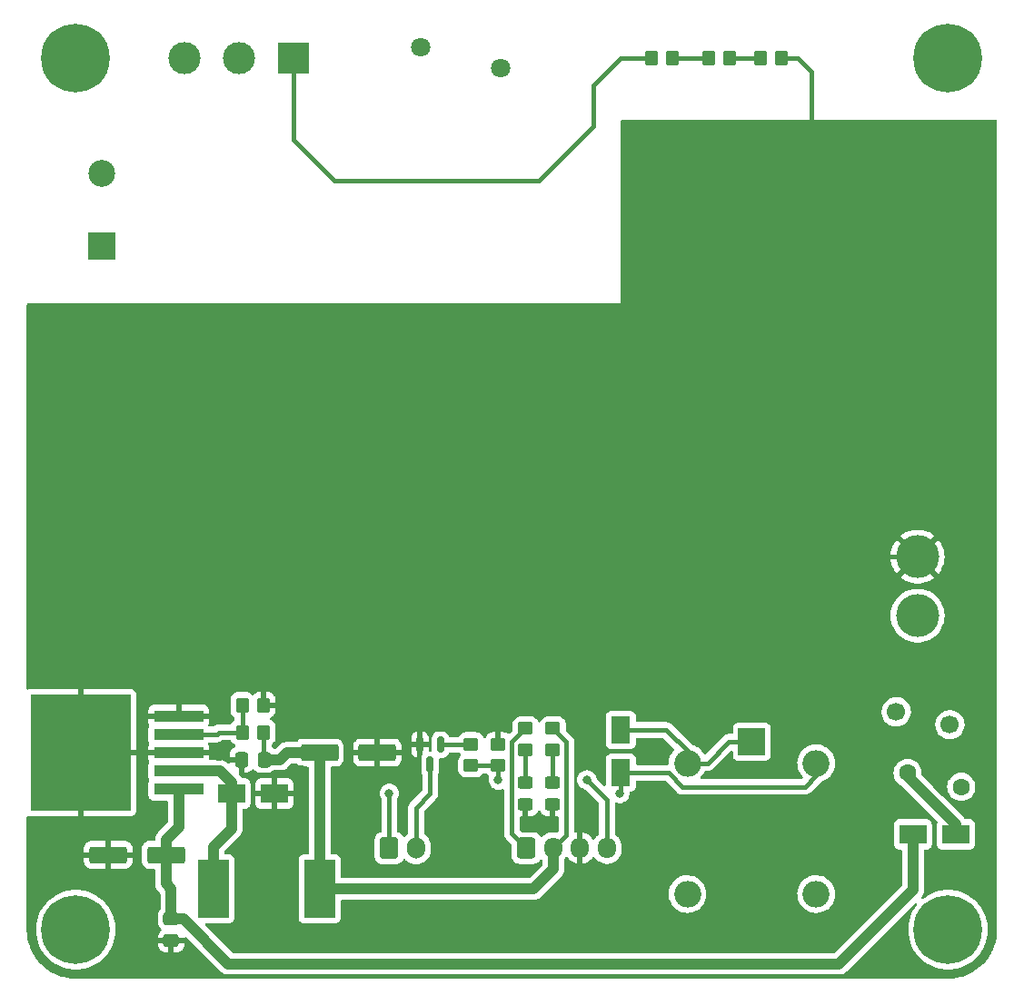
<source format=gtl>
G04 #@! TF.GenerationSoftware,KiCad,Pcbnew,(6.0.9)*
G04 #@! TF.CreationDate,2022-12-10T11:36:41+01:00*
G04 #@! TF.ProjectId,IoT12 Power Supply,496f5431-3220-4506-9f77-657220537570,V1.2*
G04 #@! TF.SameCoordinates,Original*
G04 #@! TF.FileFunction,Copper,L1,Top*
G04 #@! TF.FilePolarity,Positive*
%FSLAX46Y46*%
G04 Gerber Fmt 4.6, Leading zero omitted, Abs format (unit mm)*
G04 Created by KiCad (PCBNEW (6.0.9)) date 2022-12-10 11:36:41*
%MOMM*%
%LPD*%
G01*
G04 APERTURE LIST*
G04 Aperture macros list*
%AMRoundRect*
0 Rectangle with rounded corners*
0 $1 Rounding radius*
0 $2 $3 $4 $5 $6 $7 $8 $9 X,Y pos of 4 corners*
0 Add a 4 corners polygon primitive as box body*
4,1,4,$2,$3,$4,$5,$6,$7,$8,$9,$2,$3,0*
0 Add four circle primitives for the rounded corners*
1,1,$1+$1,$2,$3*
1,1,$1+$1,$4,$5*
1,1,$1+$1,$6,$7*
1,1,$1+$1,$8,$9*
0 Add four rect primitives between the rounded corners*
20,1,$1+$1,$2,$3,$4,$5,0*
20,1,$1+$1,$4,$5,$6,$7,0*
20,1,$1+$1,$6,$7,$8,$9,0*
20,1,$1+$1,$8,$9,$2,$3,0*%
G04 Aperture macros list end*
G04 #@! TA.AperFunction,ComponentPad*
%ADD10R,3.000000X3.000000*%
G04 #@! TD*
G04 #@! TA.AperFunction,ComponentPad*
%ADD11C,3.000000*%
G04 #@! TD*
G04 #@! TA.AperFunction,ComponentPad*
%ADD12RoundRect,0.250000X-0.600000X-0.725000X0.600000X-0.725000X0.600000X0.725000X-0.600000X0.725000X0*%
G04 #@! TD*
G04 #@! TA.AperFunction,ComponentPad*
%ADD13O,1.700000X1.950000*%
G04 #@! TD*
G04 #@! TA.AperFunction,ComponentPad*
%ADD14C,0.800000*%
G04 #@! TD*
G04 #@! TA.AperFunction,ComponentPad*
%ADD15C,6.400000*%
G04 #@! TD*
G04 #@! TA.AperFunction,ComponentPad*
%ADD16R,2.500000X2.500000*%
G04 #@! TD*
G04 #@! TA.AperFunction,ComponentPad*
%ADD17C,2.500000*%
G04 #@! TD*
G04 #@! TA.AperFunction,ComponentPad*
%ADD18C,4.000000*%
G04 #@! TD*
G04 #@! TA.AperFunction,ComponentPad*
%ADD19O,2.500000X2.500000*%
G04 #@! TD*
G04 #@! TA.AperFunction,SMDPad,CuDef*
%ADD20RoundRect,0.250000X-0.350000X-0.450000X0.350000X-0.450000X0.350000X0.450000X-0.350000X0.450000X0*%
G04 #@! TD*
G04 #@! TA.AperFunction,SMDPad,CuDef*
%ADD21R,2.500000X1.800000*%
G04 #@! TD*
G04 #@! TA.AperFunction,SMDPad,CuDef*
%ADD22RoundRect,0.250000X0.350000X0.450000X-0.350000X0.450000X-0.350000X-0.450000X0.350000X-0.450000X0*%
G04 #@! TD*
G04 #@! TA.AperFunction,SMDPad,CuDef*
%ADD23RoundRect,0.250000X0.337500X0.475000X-0.337500X0.475000X-0.337500X-0.475000X0.337500X-0.475000X0*%
G04 #@! TD*
G04 #@! TA.AperFunction,SMDPad,CuDef*
%ADD24RoundRect,0.250000X-1.500000X-0.550000X1.500000X-0.550000X1.500000X0.550000X-1.500000X0.550000X0*%
G04 #@! TD*
G04 #@! TA.AperFunction,SMDPad,CuDef*
%ADD25R,1.800000X2.500000*%
G04 #@! TD*
G04 #@! TA.AperFunction,SMDPad,CuDef*
%ADD26R,2.900000X5.400000*%
G04 #@! TD*
G04 #@! TA.AperFunction,ComponentPad*
%ADD27RoundRect,0.250000X-0.600000X-0.750000X0.600000X-0.750000X0.600000X0.750000X-0.600000X0.750000X0*%
G04 #@! TD*
G04 #@! TA.AperFunction,ComponentPad*
%ADD28O,1.700000X2.000000*%
G04 #@! TD*
G04 #@! TA.AperFunction,SMDPad,CuDef*
%ADD29RoundRect,0.250000X-0.450000X0.350000X-0.450000X-0.350000X0.450000X-0.350000X0.450000X0.350000X0*%
G04 #@! TD*
G04 #@! TA.AperFunction,SMDPad,CuDef*
%ADD30R,4.600000X1.100000*%
G04 #@! TD*
G04 #@! TA.AperFunction,SMDPad,CuDef*
%ADD31R,9.400000X10.800000*%
G04 #@! TD*
G04 #@! TA.AperFunction,SMDPad,CuDef*
%ADD32RoundRect,0.250000X0.450000X-0.325000X0.450000X0.325000X-0.450000X0.325000X-0.450000X-0.325000X0*%
G04 #@! TD*
G04 #@! TA.AperFunction,ComponentPad*
%ADD33C,1.800000*%
G04 #@! TD*
G04 #@! TA.AperFunction,ComponentPad*
%ADD34C,1.700000*%
G04 #@! TD*
G04 #@! TA.AperFunction,ComponentPad*
%ADD35C,1.600000*%
G04 #@! TD*
G04 #@! TA.AperFunction,SMDPad,CuDef*
%ADD36RoundRect,0.250000X0.450000X-0.350000X0.450000X0.350000X-0.450000X0.350000X-0.450000X-0.350000X0*%
G04 #@! TD*
G04 #@! TA.AperFunction,SMDPad,CuDef*
%ADD37RoundRect,0.250000X1.500000X0.550000X-1.500000X0.550000X-1.500000X-0.550000X1.500000X-0.550000X0*%
G04 #@! TD*
G04 #@! TA.AperFunction,SMDPad,CuDef*
%ADD38RoundRect,0.150000X-0.150000X0.587500X-0.150000X-0.587500X0.150000X-0.587500X0.150000X0.587500X0*%
G04 #@! TD*
G04 #@! TA.AperFunction,SMDPad,CuDef*
%ADD39RoundRect,0.250000X-0.475000X0.337500X-0.475000X-0.337500X0.475000X-0.337500X0.475000X0.337500X0*%
G04 #@! TD*
G04 #@! TA.AperFunction,ViaPad*
%ADD40C,1.600000*%
G04 #@! TD*
G04 #@! TA.AperFunction,ViaPad*
%ADD41C,0.800000*%
G04 #@! TD*
G04 #@! TA.AperFunction,Conductor*
%ADD42C,0.440000*%
G04 #@! TD*
G04 #@! TA.AperFunction,Conductor*
%ADD43C,1.000000*%
G04 #@! TD*
G04 APERTURE END LIST*
D10*
X132080000Y-58420000D03*
D11*
X127000000Y-58420000D03*
X121920000Y-58420000D03*
D12*
X153750000Y-132080000D03*
D13*
X156250000Y-132080000D03*
X158750000Y-132080000D03*
X161250000Y-132080000D03*
D14*
X191342944Y-56722944D03*
X194737056Y-60117056D03*
X193040000Y-60820000D03*
X194737056Y-56722944D03*
D15*
X193040000Y-58420000D03*
D14*
X190640000Y-58420000D03*
X193040000Y-56020000D03*
X191342944Y-60117056D03*
X195440000Y-58420000D03*
X195440000Y-139700000D03*
X193040000Y-142100000D03*
X194737056Y-141397056D03*
D15*
X193040000Y-139700000D03*
D14*
X190640000Y-139700000D03*
X191342944Y-138002944D03*
X193040000Y-137300000D03*
X194737056Y-138002944D03*
X191342944Y-141397056D03*
X111760000Y-60820000D03*
X111760000Y-56020000D03*
X113457056Y-56722944D03*
X110062944Y-60117056D03*
X113457056Y-60117056D03*
X110062944Y-56722944D03*
X109360000Y-58420000D03*
X114160000Y-58420000D03*
D15*
X111760000Y-58420000D03*
D14*
X111760000Y-137300000D03*
X113457056Y-138002944D03*
X113457056Y-141397056D03*
X109360000Y-139700000D03*
D15*
X111760000Y-139700000D03*
D14*
X110062944Y-138002944D03*
X110062944Y-141397056D03*
X111760000Y-142100000D03*
X114160000Y-139700000D03*
D16*
X114198400Y-75914200D03*
D17*
X114198400Y-69164200D03*
D18*
X190198400Y-110414200D03*
X190198400Y-104914200D03*
D16*
X174752000Y-122174000D03*
D19*
X168752000Y-124174000D03*
X168752000Y-136374000D03*
X180752000Y-136374000D03*
X180752000Y-124174000D03*
D20*
X165370000Y-58420000D03*
X167370000Y-58420000D03*
D21*
X189770000Y-130810000D03*
X193770000Y-130810000D03*
D20*
X170720000Y-58420000D03*
X172720000Y-58420000D03*
D22*
X129270000Y-118745000D03*
X127270000Y-118745000D03*
D23*
X129307500Y-123825000D03*
X127232500Y-123825000D03*
D21*
X126270000Y-127000000D03*
X130270000Y-127000000D03*
D22*
X129270000Y-121285000D03*
X127270000Y-121285000D03*
D24*
X134460000Y-123190000D03*
X139860000Y-123190000D03*
D25*
X162560000Y-121063000D03*
X162560000Y-125063000D03*
D26*
X124590000Y-135890000D03*
X134490000Y-135890000D03*
D27*
X140970000Y-132080000D03*
D28*
X143470000Y-132080000D03*
D29*
X148590000Y-122385000D03*
X148590000Y-124385000D03*
D30*
X121345000Y-126590000D03*
X121345000Y-124890000D03*
X121345000Y-123190000D03*
D31*
X112195000Y-123190000D03*
D30*
X121345000Y-121490000D03*
X121345000Y-119790000D03*
D32*
X156210000Y-128025000D03*
X156210000Y-125975000D03*
D20*
X175530000Y-58420000D03*
X177530000Y-58420000D03*
D33*
X143860000Y-57360000D03*
X151360000Y-59360000D03*
D32*
X153670000Y-128025000D03*
X153670000Y-125975000D03*
D34*
X188214000Y-119380000D03*
X193214000Y-120580000D03*
D35*
X189270000Y-125080000D03*
X194270000Y-126380000D03*
D29*
X153670000Y-120920000D03*
X153670000Y-122920000D03*
D36*
X151130000Y-124385000D03*
X151130000Y-122385000D03*
D29*
X156210000Y-120920000D03*
X156210000Y-122920000D03*
D37*
X120175000Y-132715000D03*
X114775000Y-132715000D03*
D38*
X145730000Y-122447500D03*
X143830000Y-122447500D03*
X144780000Y-124322500D03*
D39*
X120650000Y-138662500D03*
X120650000Y-140737500D03*
D40*
X132080000Y-118745000D03*
X125095000Y-123190000D03*
X117475000Y-135255000D03*
D41*
X153797000Y-130175000D03*
D40*
X177800000Y-130810000D03*
X129540000Y-140335000D03*
X188595000Y-142875000D03*
X129540000Y-131445000D03*
X149225000Y-128905000D03*
X117475000Y-130175000D03*
X195580000Y-133985000D03*
X117475000Y-115570000D03*
X125095000Y-119380000D03*
X163322000Y-137414000D03*
X120650000Y-142875000D03*
X141605000Y-120650000D03*
X191135000Y-123190000D03*
X132715000Y-125095000D03*
D41*
X162433000Y-126999999D03*
X140970000Y-127000000D03*
X159385000Y-125730000D03*
X151130000Y-125730000D03*
D42*
X168275000Y-126365000D02*
X166973000Y-125063000D01*
X179705000Y-126365000D02*
X168275000Y-126365000D01*
X180752000Y-125318000D02*
X179705000Y-126365000D01*
X180752000Y-124174000D02*
X180752000Y-125318000D01*
X168752000Y-123035750D02*
X168752000Y-124174000D01*
X166779250Y-121063000D02*
X168752000Y-123035750D01*
X162560000Y-121063000D02*
X166779250Y-121063000D01*
X166973000Y-125063000D02*
X162560000Y-125063000D01*
X170620750Y-124174000D02*
X168752000Y-124174000D01*
X172620750Y-122174000D02*
X170620750Y-124174000D01*
X174752000Y-122174000D02*
X172620750Y-122174000D01*
X162560000Y-125063000D02*
X162560000Y-126872999D01*
X162560000Y-126872999D02*
X162433000Y-126999999D01*
X161250000Y-132080000D02*
X161250000Y-127595000D01*
X161250000Y-127595000D02*
X159385000Y-125730000D01*
X132080000Y-66040000D02*
X135890000Y-69850000D01*
X135890000Y-69850000D02*
X154940000Y-69850000D01*
X154940000Y-69850000D02*
X160020000Y-64770000D01*
X162560000Y-58420000D02*
X165100000Y-58420000D01*
X160020000Y-60960000D02*
X162560000Y-58420000D01*
X160020000Y-64770000D02*
X160020000Y-60960000D01*
X132080000Y-58420000D02*
X132080000Y-66040000D01*
X180340000Y-101600000D02*
X183654200Y-104914200D01*
X177530000Y-58420000D02*
X179070000Y-58420000D01*
X179070000Y-58420000D02*
X180340000Y-59690000D01*
X183654200Y-104914200D02*
X190198400Y-104914200D01*
X180340000Y-59690000D02*
X180340000Y-101600000D01*
D43*
X121345000Y-130115000D02*
X121345000Y-126590000D01*
X120175000Y-131285000D02*
X121345000Y-130115000D01*
X120175000Y-132715000D02*
X120175000Y-131285000D01*
X120650000Y-135890000D02*
X120650000Y-138662500D01*
X189770000Y-135985000D02*
X182880000Y-142875000D01*
X182880000Y-142875000D02*
X125971752Y-142875000D01*
X125971752Y-142875000D02*
X121759252Y-138662500D01*
X121759252Y-138662500D02*
X120650000Y-138662500D01*
X189770000Y-130810000D02*
X189770000Y-135985000D01*
X120175000Y-135415000D02*
X120650000Y-135890000D01*
X120175000Y-132715000D02*
X120175000Y-135415000D01*
D42*
X153670000Y-122920000D02*
X153670000Y-125975000D01*
D43*
X134490000Y-135890000D02*
X134490000Y-123220000D01*
D42*
X156210000Y-120920000D02*
X157480000Y-122190000D01*
D43*
X131445000Y-123190000D02*
X130810000Y-123825000D01*
D42*
X129270000Y-123787500D02*
X129307500Y-123825000D01*
X157480000Y-122190000D02*
X157480000Y-130850000D01*
X157480000Y-130850000D02*
X156250000Y-132080000D01*
D43*
X154415000Y-135890000D02*
X156250000Y-134055000D01*
X134490000Y-135890000D02*
X154415000Y-135890000D01*
X134490000Y-123220000D02*
X134460000Y-123190000D01*
X130810000Y-123825000D02*
X129307500Y-123825000D01*
X134460000Y-123190000D02*
X131445000Y-123190000D01*
D42*
X129270000Y-121285000D02*
X129270000Y-123787500D01*
D43*
X156250000Y-134055000D02*
X156250000Y-132080000D01*
D42*
X140970000Y-132080000D02*
X140970000Y-127000000D01*
X144780000Y-127000000D02*
X143470000Y-128310000D01*
X143470000Y-128310000D02*
X143470000Y-132080000D01*
X144780000Y-124322500D02*
X144780000Y-127000000D01*
X148527500Y-122447500D02*
X148590000Y-122385000D01*
X145730000Y-122447500D02*
X148527500Y-122447500D01*
X152400000Y-122190000D02*
X152400000Y-130730000D01*
X153670000Y-120920000D02*
X152400000Y-122190000D01*
X152400000Y-130730000D02*
X153750000Y-132080000D01*
D43*
X189270000Y-125405000D02*
X193770000Y-129905000D01*
X193770000Y-129905000D02*
X193770000Y-130810000D01*
X189270000Y-125080000D02*
X189270000Y-125405000D01*
X126270000Y-130270000D02*
X126270000Y-127000000D01*
X126270000Y-125952500D02*
X126270000Y-127000000D01*
X121345000Y-124890000D02*
X125207500Y-124890000D01*
X124590000Y-131950000D02*
X126270000Y-130270000D01*
X124590000Y-135890000D02*
X124590000Y-131950000D01*
X125207500Y-124890000D02*
X126270000Y-125952500D01*
D42*
X156210000Y-122920000D02*
X156210000Y-125975000D01*
X170720000Y-58420000D02*
X167370000Y-58420000D01*
X175530000Y-58420000D02*
X172720000Y-58420000D01*
X127270000Y-118745000D02*
X127270000Y-121285000D01*
X121345000Y-121490000D02*
X124890000Y-121490000D01*
X125095000Y-121285000D02*
X127270000Y-121285000D01*
X124890000Y-121490000D02*
X125095000Y-121285000D01*
X151130000Y-124385000D02*
X151130000Y-125730000D01*
X151130000Y-124385000D02*
X149935000Y-124385000D01*
X149935000Y-124385000D02*
X148590000Y-124385000D01*
G04 #@! TA.AperFunction,Conductor*
G36*
X197553621Y-64155002D02*
G01*
X197600114Y-64208658D01*
X197611500Y-64261000D01*
X197611500Y-139650633D01*
X197610000Y-139670018D01*
X197607690Y-139684851D01*
X197607690Y-139684855D01*
X197606309Y-139693724D01*
X197608984Y-139714183D01*
X197609928Y-139736008D01*
X197595291Y-140071243D01*
X197594344Y-140092936D01*
X197593386Y-140103886D01*
X197542767Y-140488379D01*
X197540858Y-140499205D01*
X197456920Y-140877822D01*
X197454075Y-140888439D01*
X197415869Y-141009615D01*
X197343986Y-141237600D01*
X197337461Y-141258294D01*
X197333705Y-141268615D01*
X197215409Y-141554208D01*
X197185289Y-141626923D01*
X197180647Y-141636876D01*
X197061113Y-141866500D01*
X197001577Y-141980867D01*
X196996081Y-141990387D01*
X196787708Y-142317468D01*
X196781403Y-142326472D01*
X196545322Y-142634138D01*
X196538257Y-142642558D01*
X196287638Y-142916062D01*
X196276256Y-142928483D01*
X196268483Y-142936256D01*
X195982558Y-143198257D01*
X195974138Y-143205322D01*
X195666472Y-143441403D01*
X195657468Y-143447708D01*
X195330387Y-143656081D01*
X195320868Y-143661576D01*
X194976876Y-143840647D01*
X194966932Y-143845285D01*
X194608615Y-143993705D01*
X194598302Y-143997458D01*
X194398702Y-144060392D01*
X194228439Y-144114075D01*
X194217822Y-144116920D01*
X193839205Y-144200858D01*
X193828379Y-144202767D01*
X193443886Y-144253386D01*
X193432937Y-144254344D01*
X193083446Y-144269603D01*
X193058571Y-144268223D01*
X193046276Y-144266309D01*
X193037374Y-144267473D01*
X193037372Y-144267473D01*
X193022323Y-144269441D01*
X193014714Y-144270436D01*
X192998379Y-144271500D01*
X111809367Y-144271500D01*
X111789982Y-144270000D01*
X111775149Y-144267690D01*
X111775145Y-144267690D01*
X111766276Y-144266309D01*
X111745817Y-144268984D01*
X111723992Y-144269928D01*
X111367063Y-144254344D01*
X111356114Y-144253386D01*
X110971621Y-144202767D01*
X110960795Y-144200858D01*
X110582178Y-144116920D01*
X110571561Y-144114075D01*
X110401298Y-144060392D01*
X110201698Y-143997458D01*
X110191385Y-143993705D01*
X109833068Y-143845285D01*
X109823124Y-143840647D01*
X109479132Y-143661576D01*
X109469613Y-143656081D01*
X109142532Y-143447708D01*
X109133528Y-143441403D01*
X108825862Y-143205322D01*
X108817442Y-143198257D01*
X108531517Y-142936256D01*
X108523744Y-142928483D01*
X108512363Y-142916062D01*
X108261743Y-142642558D01*
X108254678Y-142634138D01*
X108018597Y-142326472D01*
X108012292Y-142317468D01*
X107803919Y-141990387D01*
X107798423Y-141980867D01*
X107738887Y-141866500D01*
X107619353Y-141636876D01*
X107614711Y-141626923D01*
X107584592Y-141554208D01*
X107466295Y-141268615D01*
X107462539Y-141258294D01*
X107456015Y-141237600D01*
X107384131Y-141009615D01*
X107345925Y-140888439D01*
X107343080Y-140877822D01*
X107259142Y-140499205D01*
X107257233Y-140488379D01*
X107206614Y-140103886D01*
X107205656Y-140092936D01*
X107204709Y-140071243D01*
X107190561Y-139747206D01*
X107192188Y-139720805D01*
X107192769Y-139717352D01*
X107192770Y-139717345D01*
X107193576Y-139712552D01*
X107193729Y-139700000D01*
X108046411Y-139700000D01*
X108066754Y-140088176D01*
X108067267Y-140091416D01*
X108067268Y-140091424D01*
X108068378Y-140098432D01*
X108127562Y-140472099D01*
X108228167Y-140847562D01*
X108367468Y-141210453D01*
X108368966Y-141213393D01*
X108536278Y-141541760D01*
X108543938Y-141556794D01*
X108545734Y-141559560D01*
X108545736Y-141559563D01*
X108681721Y-141768963D01*
X108755643Y-141882793D01*
X109000266Y-142184876D01*
X109275124Y-142459734D01*
X109577207Y-142704357D01*
X109903205Y-142916062D01*
X109906139Y-142917557D01*
X109906146Y-142917561D01*
X110246607Y-143091034D01*
X110249547Y-143092532D01*
X110470547Y-143177366D01*
X110543375Y-143205322D01*
X110612438Y-143231833D01*
X110987901Y-143332438D01*
X111191793Y-143364732D01*
X111368576Y-143392732D01*
X111368584Y-143392733D01*
X111371824Y-143393246D01*
X111760000Y-143413589D01*
X112148176Y-143393246D01*
X112151416Y-143392733D01*
X112151424Y-143392732D01*
X112328207Y-143364732D01*
X112532099Y-143332438D01*
X112907562Y-143231833D01*
X112976626Y-143205322D01*
X113049453Y-143177366D01*
X113270453Y-143092532D01*
X113273393Y-143091034D01*
X113613854Y-142917561D01*
X113613861Y-142917557D01*
X113616795Y-142916062D01*
X113942793Y-142704357D01*
X114244876Y-142459734D01*
X114519734Y-142184876D01*
X114764357Y-141882793D01*
X114838279Y-141768963D01*
X114974264Y-141559563D01*
X114974266Y-141559560D01*
X114976062Y-141556794D01*
X114983723Y-141541760D01*
X115151034Y-141213393D01*
X115152532Y-141210453D01*
X115186450Y-141122095D01*
X119417001Y-141122095D01*
X119417338Y-141128614D01*
X119427257Y-141224206D01*
X119430149Y-141237600D01*
X119481588Y-141391784D01*
X119487761Y-141404962D01*
X119573063Y-141542807D01*
X119582099Y-141554208D01*
X119696829Y-141668739D01*
X119708240Y-141677751D01*
X119846243Y-141762816D01*
X119859424Y-141768963D01*
X120013710Y-141820138D01*
X120027086Y-141823005D01*
X120121438Y-141832672D01*
X120127854Y-141833000D01*
X120377885Y-141833000D01*
X120393124Y-141828525D01*
X120394329Y-141827135D01*
X120396000Y-141819452D01*
X120396000Y-141814884D01*
X120904000Y-141814884D01*
X120908475Y-141830123D01*
X120909865Y-141831328D01*
X120917548Y-141832999D01*
X121172095Y-141832999D01*
X121178614Y-141832662D01*
X121274206Y-141822743D01*
X121287600Y-141819851D01*
X121441784Y-141768412D01*
X121454962Y-141762239D01*
X121592807Y-141676937D01*
X121604208Y-141667901D01*
X121718739Y-141553171D01*
X121727751Y-141541760D01*
X121812816Y-141403757D01*
X121818963Y-141390576D01*
X121870138Y-141236290D01*
X121873005Y-141222914D01*
X121882672Y-141128562D01*
X121883000Y-141122146D01*
X121883000Y-141009615D01*
X121878525Y-140994376D01*
X121877135Y-140993171D01*
X121869452Y-140991500D01*
X120922115Y-140991500D01*
X120906876Y-140995975D01*
X120905671Y-140997365D01*
X120904000Y-141005048D01*
X120904000Y-141814884D01*
X120396000Y-141814884D01*
X120396000Y-141009615D01*
X120391525Y-140994376D01*
X120390135Y-140993171D01*
X120382452Y-140991500D01*
X119435116Y-140991500D01*
X119419877Y-140995975D01*
X119418672Y-140997365D01*
X119417001Y-141005048D01*
X119417001Y-141122095D01*
X115186450Y-141122095D01*
X115291833Y-140847562D01*
X115392438Y-140472099D01*
X115451622Y-140098432D01*
X115452732Y-140091424D01*
X115452733Y-140091416D01*
X115453246Y-140088176D01*
X115473589Y-139700000D01*
X115453246Y-139311824D01*
X115429628Y-139162704D01*
X115418524Y-139092598D01*
X115392438Y-138927901D01*
X115291833Y-138552438D01*
X115152532Y-138189547D01*
X115060645Y-138009209D01*
X114977561Y-137846147D01*
X114977557Y-137846140D01*
X114976062Y-137843206D01*
X114963446Y-137823778D01*
X114766152Y-137519971D01*
X114766152Y-137519970D01*
X114764357Y-137517207D01*
X114519734Y-137215124D01*
X114244876Y-136940266D01*
X114198594Y-136902787D01*
X113997570Y-136740001D01*
X113942793Y-136695643D01*
X113857289Y-136640116D01*
X113619564Y-136485736D01*
X113619561Y-136485734D01*
X113616795Y-136483938D01*
X113613861Y-136482443D01*
X113613854Y-136482439D01*
X113273393Y-136308966D01*
X113270453Y-136307468D01*
X113049453Y-136222634D01*
X112910652Y-136169353D01*
X112910650Y-136169352D01*
X112907562Y-136168167D01*
X112532099Y-136067562D01*
X112328207Y-136035268D01*
X112151424Y-136007268D01*
X112151416Y-136007267D01*
X112148176Y-136006754D01*
X111760000Y-135986411D01*
X111371824Y-136006754D01*
X111368584Y-136007267D01*
X111368576Y-136007268D01*
X111191793Y-136035268D01*
X110987901Y-136067562D01*
X110612438Y-136168167D01*
X110609350Y-136169352D01*
X110609348Y-136169353D01*
X110470547Y-136222634D01*
X110249547Y-136307468D01*
X110246607Y-136308966D01*
X109906147Y-136482439D01*
X109906140Y-136482443D01*
X109903206Y-136483938D01*
X109900440Y-136485734D01*
X109900437Y-136485736D01*
X109657867Y-136643262D01*
X109577207Y-136695643D01*
X109522430Y-136740001D01*
X109321407Y-136902787D01*
X109275124Y-136940266D01*
X109000266Y-137215124D01*
X108755643Y-137517207D01*
X108753848Y-137519970D01*
X108753848Y-137519971D01*
X108556555Y-137823778D01*
X108543938Y-137843206D01*
X108542443Y-137846140D01*
X108542439Y-137846147D01*
X108459355Y-138009209D01*
X108367468Y-138189547D01*
X108228167Y-138552438D01*
X108127562Y-138927901D01*
X108101476Y-139092598D01*
X108090373Y-139162704D01*
X108066754Y-139311824D01*
X108046411Y-139700000D01*
X107193729Y-139700000D01*
X107189773Y-139672376D01*
X107188500Y-139654514D01*
X107188500Y-133312095D01*
X112517001Y-133312095D01*
X112517338Y-133318614D01*
X112527257Y-133414206D01*
X112530149Y-133427600D01*
X112581588Y-133581784D01*
X112587761Y-133594962D01*
X112673063Y-133732807D01*
X112682099Y-133744208D01*
X112796829Y-133858739D01*
X112808240Y-133867751D01*
X112946243Y-133952816D01*
X112959424Y-133958963D01*
X113113710Y-134010138D01*
X113127086Y-134013005D01*
X113221438Y-134022672D01*
X113227854Y-134023000D01*
X114502885Y-134023000D01*
X114518124Y-134018525D01*
X114519329Y-134017135D01*
X114521000Y-134009452D01*
X114521000Y-134004884D01*
X115029000Y-134004884D01*
X115033475Y-134020123D01*
X115034865Y-134021328D01*
X115042548Y-134022999D01*
X116322095Y-134022999D01*
X116328614Y-134022662D01*
X116424206Y-134012743D01*
X116437600Y-134009851D01*
X116591784Y-133958412D01*
X116604962Y-133952239D01*
X116742807Y-133866937D01*
X116754208Y-133857901D01*
X116868739Y-133743171D01*
X116877751Y-133731760D01*
X116962816Y-133593757D01*
X116968963Y-133580576D01*
X117020138Y-133426290D01*
X117023005Y-133412914D01*
X117032672Y-133318562D01*
X117032834Y-133315400D01*
X117916500Y-133315400D01*
X117916837Y-133318646D01*
X117916837Y-133318650D01*
X117926752Y-133414206D01*
X117927474Y-133421166D01*
X117929655Y-133427702D01*
X117929655Y-133427704D01*
X117965988Y-133536607D01*
X117983450Y-133588946D01*
X118076522Y-133739348D01*
X118201697Y-133864305D01*
X118207927Y-133868145D01*
X118207928Y-133868146D01*
X118345288Y-133952816D01*
X118352262Y-133957115D01*
X118432005Y-133983564D01*
X118513611Y-134010632D01*
X118513613Y-134010632D01*
X118520139Y-134012797D01*
X118526975Y-134013497D01*
X118526978Y-134013498D01*
X118570031Y-134017909D01*
X118624600Y-134023500D01*
X119040500Y-134023500D01*
X119108621Y-134043502D01*
X119155114Y-134097158D01*
X119166500Y-134149500D01*
X119166500Y-135353157D01*
X119165763Y-135366764D01*
X119161676Y-135404388D01*
X119162213Y-135410523D01*
X119166050Y-135454388D01*
X119166379Y-135459214D01*
X119166500Y-135461686D01*
X119166500Y-135464769D01*
X119166801Y-135467837D01*
X119170690Y-135507506D01*
X119170812Y-135508819D01*
X119174685Y-135553084D01*
X119178913Y-135601413D01*
X119180400Y-135606532D01*
X119180920Y-135611833D01*
X119207791Y-135700834D01*
X119208126Y-135701967D01*
X119208950Y-135704801D01*
X119234091Y-135791336D01*
X119236544Y-135796068D01*
X119238084Y-135801169D01*
X119240978Y-135806612D01*
X119281731Y-135883260D01*
X119282343Y-135884426D01*
X119309584Y-135936978D01*
X119325108Y-135966926D01*
X119328431Y-135971089D01*
X119330934Y-135975796D01*
X119389755Y-136047918D01*
X119390446Y-136048774D01*
X119421738Y-136087973D01*
X119424242Y-136090477D01*
X119424884Y-136091195D01*
X119428585Y-136095528D01*
X119455935Y-136129062D01*
X119460682Y-136132989D01*
X119460684Y-136132991D01*
X119491262Y-136158287D01*
X119500042Y-136166277D01*
X119604595Y-136270830D01*
X119638621Y-136333142D01*
X119641500Y-136359925D01*
X119641500Y-137733650D01*
X119621498Y-137801771D01*
X119604674Y-137822667D01*
X119586935Y-137840437D01*
X119575695Y-137851697D01*
X119571855Y-137857927D01*
X119571854Y-137857928D01*
X119488769Y-137992717D01*
X119482885Y-138002262D01*
X119480581Y-138009209D01*
X119438469Y-138136174D01*
X119427203Y-138170139D01*
X119426503Y-138176975D01*
X119426502Y-138176978D01*
X119425214Y-138189547D01*
X119416500Y-138274600D01*
X119416500Y-139050400D01*
X119416837Y-139053646D01*
X119416837Y-139053650D01*
X119421491Y-139098500D01*
X119427474Y-139156166D01*
X119483450Y-139323946D01*
X119576522Y-139474348D01*
X119701697Y-139599305D01*
X119706235Y-139602102D01*
X119746824Y-139659353D01*
X119750054Y-139730276D01*
X119714428Y-139791687D01*
X119705932Y-139799062D01*
X119695793Y-139807098D01*
X119581261Y-139921829D01*
X119572249Y-139933240D01*
X119487184Y-140071243D01*
X119481037Y-140084424D01*
X119429862Y-140238710D01*
X119426995Y-140252086D01*
X119417328Y-140346438D01*
X119417000Y-140352855D01*
X119417000Y-140465385D01*
X119421475Y-140480624D01*
X119422865Y-140481829D01*
X119430548Y-140483500D01*
X121864884Y-140483500D01*
X121880123Y-140479025D01*
X121886949Y-140471148D01*
X121913975Y-140421651D01*
X121976286Y-140387625D01*
X122047102Y-140392688D01*
X122092167Y-140421650D01*
X125214897Y-143544379D01*
X125223999Y-143554522D01*
X125247720Y-143584025D01*
X125252448Y-143587992D01*
X125286173Y-143616291D01*
X125289822Y-143619473D01*
X125291635Y-143621117D01*
X125293827Y-143623309D01*
X125327028Y-143650580D01*
X125327916Y-143651318D01*
X125340143Y-143661577D01*
X125394505Y-143707193D01*
X125394508Y-143707195D01*
X125399226Y-143711154D01*
X125403899Y-143713723D01*
X125408014Y-143717103D01*
X125413443Y-143720014D01*
X125413446Y-143720016D01*
X125489932Y-143761028D01*
X125491090Y-143761657D01*
X125567140Y-143803465D01*
X125572539Y-143806433D01*
X125577617Y-143808044D01*
X125582315Y-143810563D01*
X125671250Y-143837753D01*
X125672454Y-143838128D01*
X125761058Y-143866235D01*
X125766349Y-143866828D01*
X125771450Y-143868388D01*
X125864063Y-143877795D01*
X125865183Y-143877915D01*
X125914979Y-143883500D01*
X125918508Y-143883500D01*
X125919491Y-143883555D01*
X125925178Y-143884003D01*
X125945435Y-143886060D01*
X125962088Y-143887752D01*
X125962091Y-143887752D01*
X125968215Y-143888374D01*
X126013864Y-143884059D01*
X126025721Y-143883500D01*
X182818157Y-143883500D01*
X182831764Y-143884237D01*
X182863262Y-143887659D01*
X182863267Y-143887659D01*
X182869388Y-143888324D01*
X182895638Y-143886027D01*
X182919388Y-143883950D01*
X182924214Y-143883621D01*
X182926686Y-143883500D01*
X182929769Y-143883500D01*
X182941738Y-143882326D01*
X182972506Y-143879310D01*
X182973819Y-143879188D01*
X183018084Y-143875315D01*
X183066413Y-143871087D01*
X183071532Y-143869600D01*
X183076833Y-143869080D01*
X183165834Y-143842209D01*
X183166967Y-143841874D01*
X183250414Y-143817630D01*
X183250418Y-143817628D01*
X183256336Y-143815909D01*
X183261068Y-143813456D01*
X183266169Y-143811916D01*
X183278360Y-143805434D01*
X183348260Y-143768269D01*
X183349426Y-143767657D01*
X183426453Y-143727729D01*
X183431926Y-143724892D01*
X183436089Y-143721569D01*
X183440796Y-143719066D01*
X183446997Y-143714009D01*
X183455354Y-143707193D01*
X183512918Y-143660245D01*
X183513774Y-143659554D01*
X183552973Y-143628262D01*
X183555477Y-143625758D01*
X183556195Y-143625116D01*
X183560528Y-143621415D01*
X183594062Y-143594065D01*
X183623288Y-143558737D01*
X183631277Y-143549958D01*
X189917638Y-137263597D01*
X189979950Y-137229571D01*
X190050765Y-137234636D01*
X190107601Y-137277183D01*
X190132412Y-137343703D01*
X190117321Y-137413077D01*
X190104653Y-137431987D01*
X190035643Y-137517207D01*
X190033848Y-137519970D01*
X190033848Y-137519971D01*
X189836555Y-137823778D01*
X189823938Y-137843206D01*
X189822443Y-137846140D01*
X189822439Y-137846147D01*
X189739355Y-138009209D01*
X189647468Y-138189547D01*
X189508167Y-138552438D01*
X189407562Y-138927901D01*
X189381476Y-139092598D01*
X189370373Y-139162704D01*
X189346754Y-139311824D01*
X189326411Y-139700000D01*
X189346754Y-140088176D01*
X189347267Y-140091416D01*
X189347268Y-140091424D01*
X189348378Y-140098432D01*
X189407562Y-140472099D01*
X189508167Y-140847562D01*
X189647468Y-141210453D01*
X189648966Y-141213393D01*
X189816278Y-141541760D01*
X189823938Y-141556794D01*
X189825734Y-141559560D01*
X189825736Y-141559563D01*
X189961721Y-141768963D01*
X190035643Y-141882793D01*
X190280266Y-142184876D01*
X190555124Y-142459734D01*
X190857207Y-142704357D01*
X191183205Y-142916062D01*
X191186139Y-142917557D01*
X191186146Y-142917561D01*
X191526607Y-143091034D01*
X191529547Y-143092532D01*
X191750547Y-143177366D01*
X191823375Y-143205322D01*
X191892438Y-143231833D01*
X192267901Y-143332438D01*
X192471793Y-143364732D01*
X192648576Y-143392732D01*
X192648584Y-143392733D01*
X192651824Y-143393246D01*
X193040000Y-143413589D01*
X193428176Y-143393246D01*
X193431416Y-143392733D01*
X193431424Y-143392732D01*
X193608207Y-143364732D01*
X193812099Y-143332438D01*
X194187562Y-143231833D01*
X194256626Y-143205322D01*
X194329452Y-143177366D01*
X194550453Y-143092532D01*
X194553393Y-143091034D01*
X194893854Y-142917561D01*
X194893861Y-142917557D01*
X194896795Y-142916062D01*
X195222793Y-142704357D01*
X195524876Y-142459734D01*
X195799734Y-142184876D01*
X196044357Y-141882793D01*
X196118279Y-141768963D01*
X196254264Y-141559563D01*
X196254266Y-141559560D01*
X196256062Y-141556794D01*
X196263723Y-141541760D01*
X196431034Y-141213393D01*
X196432532Y-141210453D01*
X196571833Y-140847562D01*
X196672438Y-140472099D01*
X196731622Y-140098432D01*
X196732732Y-140091424D01*
X196732733Y-140091416D01*
X196733246Y-140088176D01*
X196753589Y-139700000D01*
X196733246Y-139311824D01*
X196709628Y-139162704D01*
X196698524Y-139092598D01*
X196672438Y-138927901D01*
X196571833Y-138552438D01*
X196432532Y-138189547D01*
X196340645Y-138009209D01*
X196257561Y-137846147D01*
X196257557Y-137846140D01*
X196256062Y-137843206D01*
X196243446Y-137823778D01*
X196046152Y-137519971D01*
X196046152Y-137519970D01*
X196044357Y-137517207D01*
X195799734Y-137215124D01*
X195524876Y-136940266D01*
X195478594Y-136902787D01*
X195277570Y-136740001D01*
X195222793Y-136695643D01*
X195137289Y-136640116D01*
X194899564Y-136485736D01*
X194899561Y-136485734D01*
X194896795Y-136483938D01*
X194893861Y-136482443D01*
X194893854Y-136482439D01*
X194553393Y-136308966D01*
X194550453Y-136307468D01*
X194329453Y-136222634D01*
X194190652Y-136169353D01*
X194190650Y-136169352D01*
X194187562Y-136168167D01*
X193812099Y-136067562D01*
X193608207Y-136035268D01*
X193431424Y-136007268D01*
X193431416Y-136007267D01*
X193428176Y-136006754D01*
X193040000Y-135986411D01*
X192651824Y-136006754D01*
X192648584Y-136007267D01*
X192648576Y-136007268D01*
X192471793Y-136035268D01*
X192267901Y-136067562D01*
X191892438Y-136168167D01*
X191889350Y-136169352D01*
X191889348Y-136169353D01*
X191750547Y-136222634D01*
X191529547Y-136307468D01*
X191526607Y-136308966D01*
X191186147Y-136482439D01*
X191186140Y-136482443D01*
X191183206Y-136483938D01*
X191180440Y-136485734D01*
X191180437Y-136485736D01*
X190937867Y-136643262D01*
X190857207Y-136695643D01*
X190854644Y-136697718D01*
X190854635Y-136697725D01*
X190729266Y-136799247D01*
X190663739Y-136826573D01*
X190593841Y-136814133D01*
X190541764Y-136765879D01*
X190524042Y-136697130D01*
X190546302Y-136629713D01*
X190553451Y-136620336D01*
X190602190Y-136562251D01*
X190602193Y-136562246D01*
X190606154Y-136557526D01*
X190608723Y-136552852D01*
X190612102Y-136548739D01*
X190655975Y-136466915D01*
X190656584Y-136465793D01*
X190698464Y-136389614D01*
X190698465Y-136389612D01*
X190701433Y-136384213D01*
X190703045Y-136379131D01*
X190705562Y-136374437D01*
X190732762Y-136285469D01*
X190733108Y-136284358D01*
X190737400Y-136270830D01*
X190761235Y-136195694D01*
X190761829Y-136190398D01*
X190763387Y-136185302D01*
X190772790Y-136092743D01*
X190772911Y-136091607D01*
X190776681Y-136057992D01*
X190778108Y-136045270D01*
X190778108Y-136045266D01*
X190778500Y-136041773D01*
X190778500Y-136038246D01*
X190778555Y-136037261D01*
X190779002Y-136031581D01*
X190783374Y-135988538D01*
X190779059Y-135942891D01*
X190778500Y-135931033D01*
X190778500Y-132344500D01*
X190798502Y-132276379D01*
X190852158Y-132229886D01*
X190904500Y-132218500D01*
X191068134Y-132218500D01*
X191130316Y-132211745D01*
X191266705Y-132160615D01*
X191383261Y-132073261D01*
X191470615Y-131956705D01*
X191521745Y-131820316D01*
X191528500Y-131758134D01*
X191528500Y-129861866D01*
X191521745Y-129799684D01*
X191470615Y-129663295D01*
X191383261Y-129546739D01*
X191266705Y-129459385D01*
X191130316Y-129408255D01*
X191068134Y-129401500D01*
X188471866Y-129401500D01*
X188409684Y-129408255D01*
X188273295Y-129459385D01*
X188156739Y-129546739D01*
X188069385Y-129663295D01*
X188018255Y-129799684D01*
X188011500Y-129861866D01*
X188011500Y-131758134D01*
X188018255Y-131820316D01*
X188069385Y-131956705D01*
X188156739Y-132073261D01*
X188273295Y-132160615D01*
X188409684Y-132211745D01*
X188471866Y-132218500D01*
X188635500Y-132218500D01*
X188703621Y-132238502D01*
X188750114Y-132292158D01*
X188761500Y-132344500D01*
X188761500Y-135515076D01*
X188741498Y-135583197D01*
X188724595Y-135604171D01*
X182499171Y-141829595D01*
X182436859Y-141863621D01*
X182410076Y-141866500D01*
X126441676Y-141866500D01*
X126373555Y-141846498D01*
X126352581Y-141829595D01*
X123836581Y-139313595D01*
X123802555Y-139251283D01*
X123807620Y-139180468D01*
X123850167Y-139123632D01*
X123916687Y-139098821D01*
X123925676Y-139098500D01*
X126088134Y-139098500D01*
X126150316Y-139091745D01*
X126286705Y-139040615D01*
X126403261Y-138953261D01*
X126490615Y-138836705D01*
X126541745Y-138700316D01*
X126548500Y-138638134D01*
X126548500Y-133141866D01*
X126541745Y-133079684D01*
X126490615Y-132943295D01*
X126403261Y-132826739D01*
X126286705Y-132739385D01*
X126150316Y-132688255D01*
X126088134Y-132681500D01*
X125724500Y-132681500D01*
X125656379Y-132661498D01*
X125609886Y-132607842D01*
X125598500Y-132555500D01*
X125598500Y-132419925D01*
X125618502Y-132351804D01*
X125635405Y-132330830D01*
X126939379Y-131026855D01*
X126949522Y-131017753D01*
X126974218Y-130997897D01*
X126979025Y-130994032D01*
X127011292Y-130955578D01*
X127014472Y-130951931D01*
X127016115Y-130950119D01*
X127018309Y-130947925D01*
X127045642Y-130914651D01*
X127046348Y-130913800D01*
X127053221Y-130905610D01*
X127106154Y-130842526D01*
X127108722Y-130837856D01*
X127112103Y-130833739D01*
X127156015Y-130751842D01*
X127156624Y-130750720D01*
X127164330Y-130736704D01*
X127172716Y-130721449D01*
X127198466Y-130674611D01*
X127198468Y-130674606D01*
X127201433Y-130669213D01*
X127203044Y-130664135D01*
X127205563Y-130659437D01*
X127232753Y-130570502D01*
X127233136Y-130569272D01*
X127234271Y-130565696D01*
X127261235Y-130480694D01*
X127261828Y-130475403D01*
X127263388Y-130470302D01*
X127264011Y-130464170D01*
X127264012Y-130464164D01*
X127272785Y-130377784D01*
X127272925Y-130376470D01*
X127278108Y-130330270D01*
X127278108Y-130330265D01*
X127278500Y-130326773D01*
X127278500Y-130323248D01*
X127278555Y-130322263D01*
X127279004Y-130316559D01*
X127279254Y-130314104D01*
X127283374Y-130273538D01*
X127279059Y-130227889D01*
X127278500Y-130216032D01*
X127278500Y-128534500D01*
X127298502Y-128466379D01*
X127352158Y-128419886D01*
X127404500Y-128408500D01*
X127568134Y-128408500D01*
X127630316Y-128401745D01*
X127766705Y-128350615D01*
X127883261Y-128263261D01*
X127970615Y-128146705D01*
X128021745Y-128010316D01*
X128028500Y-127948134D01*
X128028500Y-127944669D01*
X128512001Y-127944669D01*
X128512371Y-127951490D01*
X128517895Y-128002352D01*
X128521521Y-128017604D01*
X128566676Y-128138054D01*
X128575214Y-128153649D01*
X128651715Y-128255724D01*
X128664276Y-128268285D01*
X128766351Y-128344786D01*
X128781946Y-128353324D01*
X128902394Y-128398478D01*
X128917649Y-128402105D01*
X128968514Y-128407631D01*
X128975328Y-128408000D01*
X129997885Y-128408000D01*
X130013124Y-128403525D01*
X130014329Y-128402135D01*
X130016000Y-128394452D01*
X130016000Y-128389884D01*
X130524000Y-128389884D01*
X130528475Y-128405123D01*
X130529865Y-128406328D01*
X130537548Y-128407999D01*
X131564669Y-128407999D01*
X131571490Y-128407629D01*
X131622352Y-128402105D01*
X131637604Y-128398479D01*
X131758054Y-128353324D01*
X131773649Y-128344786D01*
X131875724Y-128268285D01*
X131888285Y-128255724D01*
X131964786Y-128153649D01*
X131973324Y-128138054D01*
X132018478Y-128017606D01*
X132022105Y-128002351D01*
X132027631Y-127951486D01*
X132028000Y-127944672D01*
X132028000Y-127272115D01*
X132023525Y-127256876D01*
X132022135Y-127255671D01*
X132014452Y-127254000D01*
X130542115Y-127254000D01*
X130526876Y-127258475D01*
X130525671Y-127259865D01*
X130524000Y-127267548D01*
X130524000Y-128389884D01*
X130016000Y-128389884D01*
X130016000Y-127272115D01*
X130011525Y-127256876D01*
X130010135Y-127255671D01*
X130002452Y-127254000D01*
X128530116Y-127254000D01*
X128514877Y-127258475D01*
X128513672Y-127259865D01*
X128512001Y-127267548D01*
X128512001Y-127944669D01*
X128028500Y-127944669D01*
X128028500Y-126727885D01*
X128512000Y-126727885D01*
X128516475Y-126743124D01*
X128517865Y-126744329D01*
X128525548Y-126746000D01*
X129997885Y-126746000D01*
X130013124Y-126741525D01*
X130014329Y-126740135D01*
X130016000Y-126732452D01*
X130016000Y-126727885D01*
X130524000Y-126727885D01*
X130528475Y-126743124D01*
X130529865Y-126744329D01*
X130537548Y-126746000D01*
X132009884Y-126746000D01*
X132025123Y-126741525D01*
X132026328Y-126740135D01*
X132027999Y-126732452D01*
X132027999Y-126055331D01*
X132027629Y-126048510D01*
X132022105Y-125997648D01*
X132018479Y-125982396D01*
X131973324Y-125861946D01*
X131964786Y-125846351D01*
X131888285Y-125744276D01*
X131875724Y-125731715D01*
X131773649Y-125655214D01*
X131758054Y-125646676D01*
X131637606Y-125601522D01*
X131622351Y-125597895D01*
X131571486Y-125592369D01*
X131564672Y-125592000D01*
X130542115Y-125592000D01*
X130526876Y-125596475D01*
X130525671Y-125597865D01*
X130524000Y-125605548D01*
X130524000Y-126727885D01*
X130016000Y-126727885D01*
X130016000Y-125610116D01*
X130011525Y-125594877D01*
X130010135Y-125593672D01*
X130002452Y-125592001D01*
X128975331Y-125592001D01*
X128968510Y-125592371D01*
X128917648Y-125597895D01*
X128902396Y-125601521D01*
X128781946Y-125646676D01*
X128766351Y-125655214D01*
X128664276Y-125731715D01*
X128651715Y-125744276D01*
X128575214Y-125846351D01*
X128566676Y-125861946D01*
X128521522Y-125982394D01*
X128517895Y-125997649D01*
X128512369Y-126048514D01*
X128512000Y-126055328D01*
X128512000Y-126727885D01*
X128028500Y-126727885D01*
X128028500Y-126051866D01*
X128021745Y-125989684D01*
X127970615Y-125853295D01*
X127883261Y-125736739D01*
X127766705Y-125649385D01*
X127630316Y-125598255D01*
X127568134Y-125591500D01*
X127296007Y-125591500D01*
X127227886Y-125571498D01*
X127184754Y-125524650D01*
X127181245Y-125518049D01*
X127175839Y-125507882D01*
X127163268Y-125484238D01*
X127162657Y-125483074D01*
X127122729Y-125406047D01*
X127119892Y-125400574D01*
X127116569Y-125396411D01*
X127114066Y-125391704D01*
X127055245Y-125319582D01*
X127054554Y-125318726D01*
X127023262Y-125279527D01*
X127020758Y-125277023D01*
X127020116Y-125276305D01*
X127016415Y-125271972D01*
X126989065Y-125238438D01*
X126984315Y-125234509D01*
X126979975Y-125230138D01*
X126981574Y-125228550D01*
X126947492Y-125178070D01*
X126945884Y-125107091D01*
X126972329Y-125057329D01*
X126976828Y-125052136D01*
X126978500Y-125044452D01*
X126978500Y-124097115D01*
X126974025Y-124081876D01*
X126972635Y-124080671D01*
X126964952Y-124079000D01*
X126155116Y-124079000D01*
X126139877Y-124083475D01*
X126138672Y-124084865D01*
X126134122Y-124105783D01*
X126130589Y-124105014D01*
X126116999Y-124151298D01*
X126063343Y-124197791D01*
X125993069Y-124207895D01*
X125930011Y-124179699D01*
X125893052Y-124148686D01*
X125889431Y-124145528D01*
X125887619Y-124143885D01*
X125885425Y-124141691D01*
X125852151Y-124114358D01*
X125851353Y-124113696D01*
X125780026Y-124053846D01*
X125775356Y-124051278D01*
X125771239Y-124047897D01*
X125689414Y-124004023D01*
X125688255Y-124003394D01*
X125612119Y-123961538D01*
X125612111Y-123961535D01*
X125606713Y-123958567D01*
X125601631Y-123956955D01*
X125596937Y-123954438D01*
X125507969Y-123927238D01*
X125506941Y-123926918D01*
X125418194Y-123898765D01*
X125412898Y-123898171D01*
X125407802Y-123896613D01*
X125315243Y-123887210D01*
X125314107Y-123887089D01*
X125280492Y-123883319D01*
X125267770Y-123881892D01*
X125267766Y-123881892D01*
X125264273Y-123881500D01*
X125260746Y-123881500D01*
X125259761Y-123881445D01*
X125254081Y-123880998D01*
X125222271Y-123877767D01*
X125217163Y-123877248D01*
X125217161Y-123877248D01*
X125211038Y-123876626D01*
X125168759Y-123880623D01*
X125165391Y-123880941D01*
X125153533Y-123881500D01*
X124279000Y-123881500D01*
X124210879Y-123861498D01*
X124164386Y-123807842D01*
X124153000Y-123755500D01*
X124153000Y-123462115D01*
X124148525Y-123446876D01*
X124147135Y-123445671D01*
X124139452Y-123444000D01*
X118555116Y-123444000D01*
X118539877Y-123448475D01*
X118538672Y-123449865D01*
X118537001Y-123457548D01*
X118537001Y-123784669D01*
X118537371Y-123791490D01*
X118542895Y-123842352D01*
X118546521Y-123857604D01*
X118591679Y-123978061D01*
X118592174Y-123978966D01*
X118592393Y-123979966D01*
X118594828Y-123986462D01*
X118593890Y-123986814D01*
X118607343Y-124048323D01*
X118594162Y-124093212D01*
X118594385Y-124093295D01*
X118593244Y-124096337D01*
X118593242Y-124096344D01*
X118591236Y-124101696D01*
X118591234Y-124101699D01*
X118564130Y-124174000D01*
X118543255Y-124229684D01*
X118536500Y-124291866D01*
X118536500Y-125488134D01*
X118543255Y-125550316D01*
X118551171Y-125571432D01*
X118582580Y-125655214D01*
X118592174Y-125680806D01*
X118594385Y-125686705D01*
X118593534Y-125687024D01*
X118607055Y-125748849D01*
X118594042Y-125793166D01*
X118594385Y-125793295D01*
X118543255Y-125929684D01*
X118536500Y-125991866D01*
X118536500Y-127188134D01*
X118543255Y-127250316D01*
X118594385Y-127386705D01*
X118681739Y-127503261D01*
X118798295Y-127590615D01*
X118934684Y-127641745D01*
X118996866Y-127648500D01*
X120210500Y-127648500D01*
X120278621Y-127668502D01*
X120325114Y-127722158D01*
X120336500Y-127774500D01*
X120336500Y-129645074D01*
X120316498Y-129713195D01*
X120299596Y-129734169D01*
X119505617Y-130528149D01*
X119495473Y-130537251D01*
X119478903Y-130550574D01*
X119465975Y-130560968D01*
X119438424Y-130593802D01*
X119433709Y-130599421D01*
X119430528Y-130603069D01*
X119428885Y-130604881D01*
X119426691Y-130607075D01*
X119399358Y-130640349D01*
X119398696Y-130641147D01*
X119338846Y-130712474D01*
X119336278Y-130717144D01*
X119332897Y-130721261D01*
X119305404Y-130772535D01*
X119289023Y-130803086D01*
X119288394Y-130804245D01*
X119246538Y-130880381D01*
X119246535Y-130880389D01*
X119243567Y-130885787D01*
X119241955Y-130890869D01*
X119239438Y-130895563D01*
X119212238Y-130984531D01*
X119211918Y-130985559D01*
X119183765Y-131074306D01*
X119183171Y-131079602D01*
X119181613Y-131084698D01*
X119172559Y-131173834D01*
X119172218Y-131177187D01*
X119172089Y-131178393D01*
X119166500Y-131228227D01*
X119166500Y-131231754D01*
X119166445Y-131232739D01*
X119165998Y-131238419D01*
X119161626Y-131281462D01*
X119161734Y-131282604D01*
X119141990Y-131348990D01*
X119088173Y-131395295D01*
X119036230Y-131406500D01*
X118624600Y-131406500D01*
X118621354Y-131406837D01*
X118621350Y-131406837D01*
X118525692Y-131416762D01*
X118525688Y-131416763D01*
X118518834Y-131417474D01*
X118512298Y-131419655D01*
X118512296Y-131419655D01*
X118495928Y-131425116D01*
X118351054Y-131473450D01*
X118200652Y-131566522D01*
X118075695Y-131691697D01*
X118071855Y-131697927D01*
X118071854Y-131697928D01*
X117992483Y-131826692D01*
X117982885Y-131842262D01*
X117927203Y-132010139D01*
X117916500Y-132114600D01*
X117916500Y-133315400D01*
X117032834Y-133315400D01*
X117033000Y-133312146D01*
X117033000Y-132987115D01*
X117028525Y-132971876D01*
X117027135Y-132970671D01*
X117019452Y-132969000D01*
X115047115Y-132969000D01*
X115031876Y-132973475D01*
X115030671Y-132974865D01*
X115029000Y-132982548D01*
X115029000Y-134004884D01*
X114521000Y-134004884D01*
X114521000Y-132987115D01*
X114516525Y-132971876D01*
X114515135Y-132970671D01*
X114507452Y-132969000D01*
X112535116Y-132969000D01*
X112519877Y-132973475D01*
X112518672Y-132974865D01*
X112517001Y-132982548D01*
X112517001Y-133312095D01*
X107188500Y-133312095D01*
X107188500Y-132442885D01*
X112517000Y-132442885D01*
X112521475Y-132458124D01*
X112522865Y-132459329D01*
X112530548Y-132461000D01*
X114502885Y-132461000D01*
X114518124Y-132456525D01*
X114519329Y-132455135D01*
X114521000Y-132447452D01*
X114521000Y-132442885D01*
X115029000Y-132442885D01*
X115033475Y-132458124D01*
X115034865Y-132459329D01*
X115042548Y-132461000D01*
X117014884Y-132461000D01*
X117030123Y-132456525D01*
X117031328Y-132455135D01*
X117032999Y-132447452D01*
X117032999Y-132117905D01*
X117032662Y-132111386D01*
X117022743Y-132015794D01*
X117019851Y-132002400D01*
X116968412Y-131848216D01*
X116962239Y-131835038D01*
X116876937Y-131697193D01*
X116867901Y-131685792D01*
X116753171Y-131571261D01*
X116741760Y-131562249D01*
X116603757Y-131477184D01*
X116590576Y-131471037D01*
X116436290Y-131419862D01*
X116422914Y-131416995D01*
X116328562Y-131407328D01*
X116322145Y-131407000D01*
X115047115Y-131407000D01*
X115031876Y-131411475D01*
X115030671Y-131412865D01*
X115029000Y-131420548D01*
X115029000Y-132442885D01*
X114521000Y-132442885D01*
X114521000Y-131425116D01*
X114516525Y-131409877D01*
X114515135Y-131408672D01*
X114507452Y-131407001D01*
X113227905Y-131407001D01*
X113221386Y-131407338D01*
X113125794Y-131417257D01*
X113112400Y-131420149D01*
X112958216Y-131471588D01*
X112945038Y-131477761D01*
X112807193Y-131563063D01*
X112795792Y-131572099D01*
X112681261Y-131686829D01*
X112672249Y-131698240D01*
X112587184Y-131836243D01*
X112581037Y-131849424D01*
X112529862Y-132003710D01*
X112526995Y-132017086D01*
X112517328Y-132111438D01*
X112517000Y-132117855D01*
X112517000Y-132442885D01*
X107188500Y-132442885D01*
X107188500Y-129199463D01*
X107208502Y-129131342D01*
X107262158Y-129084849D01*
X107332432Y-129074745D01*
X107358731Y-129081482D01*
X107377390Y-129088477D01*
X107392649Y-129092105D01*
X107443514Y-129097631D01*
X107450328Y-129098000D01*
X111922885Y-129098000D01*
X111938124Y-129093525D01*
X111939329Y-129092135D01*
X111941000Y-129084452D01*
X111941000Y-129079884D01*
X112449000Y-129079884D01*
X112453475Y-129095123D01*
X112454865Y-129096328D01*
X112462548Y-129097999D01*
X116939669Y-129097999D01*
X116946490Y-129097629D01*
X116997352Y-129092105D01*
X117012604Y-129088479D01*
X117133054Y-129043324D01*
X117148649Y-129034786D01*
X117250724Y-128958285D01*
X117263285Y-128945724D01*
X117339786Y-128843649D01*
X117348324Y-128828054D01*
X117393478Y-128707606D01*
X117397105Y-128692351D01*
X117402631Y-128641486D01*
X117403000Y-128634672D01*
X117403000Y-123462115D01*
X117398525Y-123446876D01*
X117397135Y-123445671D01*
X117389452Y-123444000D01*
X112467115Y-123444000D01*
X112451876Y-123448475D01*
X112450671Y-123449865D01*
X112449000Y-123457548D01*
X112449000Y-129079884D01*
X111941000Y-129079884D01*
X111941000Y-122917885D01*
X112449000Y-122917885D01*
X112453475Y-122933124D01*
X112454865Y-122934329D01*
X112462548Y-122936000D01*
X117384884Y-122936000D01*
X117400123Y-122931525D01*
X117401328Y-122930135D01*
X117402999Y-122922452D01*
X117402999Y-122088134D01*
X118536500Y-122088134D01*
X118543255Y-122150316D01*
X118553857Y-122178597D01*
X118589113Y-122272641D01*
X118592589Y-122281914D01*
X118594385Y-122286705D01*
X118593693Y-122286964D01*
X118607343Y-122349374D01*
X118594420Y-122393385D01*
X118594828Y-122393538D01*
X118592738Y-122399112D01*
X118592174Y-122401034D01*
X118591679Y-122401939D01*
X118546522Y-122522394D01*
X118542895Y-122537649D01*
X118537369Y-122588514D01*
X118537000Y-122595328D01*
X118537000Y-122917885D01*
X118541475Y-122933124D01*
X118542865Y-122934329D01*
X118550548Y-122936000D01*
X124134884Y-122936000D01*
X124150123Y-122931525D01*
X124151328Y-122930135D01*
X124152999Y-122922452D01*
X124152999Y-122595331D01*
X124152629Y-122588510D01*
X124147105Y-122537648D01*
X124143479Y-122522396D01*
X124095172Y-122393538D01*
X124097316Y-122392734D01*
X124084834Y-122335645D01*
X124109574Y-122269098D01*
X124166364Y-122226491D01*
X124210522Y-122218500D01*
X124825213Y-122218500D01*
X124844163Y-122219933D01*
X124857169Y-122221912D01*
X124857173Y-122221912D01*
X124864403Y-122223012D01*
X124871695Y-122222419D01*
X124871698Y-122222419D01*
X124914776Y-122218915D01*
X124924990Y-122218500D01*
X124932535Y-122218500D01*
X124959562Y-122215349D01*
X124963910Y-122214919D01*
X124982111Y-122213439D01*
X125026421Y-122209835D01*
X125026425Y-122209834D01*
X125033718Y-122209241D01*
X125040683Y-122206985D01*
X125046101Y-122205902D01*
X125051461Y-122204635D01*
X125058732Y-122203787D01*
X125124554Y-122179895D01*
X125128704Y-122178470D01*
X125188366Y-122159142D01*
X125188370Y-122159140D01*
X125195325Y-122156887D01*
X125201576Y-122153094D01*
X125206584Y-122150801D01*
X125211536Y-122148321D01*
X125218413Y-122145825D01*
X125276964Y-122107438D01*
X125280682Y-122105092D01*
X125335759Y-122071670D01*
X125340553Y-122068761D01*
X125348603Y-122061651D01*
X125348616Y-122061666D01*
X125351990Y-122058675D01*
X125354354Y-122056698D01*
X125360477Y-122052684D01*
X125365512Y-122047369D01*
X125370932Y-122042837D01*
X125436022Y-122014486D01*
X125451755Y-122013500D01*
X126130125Y-122013500D01*
X126198246Y-122033502D01*
X126237269Y-122073197D01*
X126321522Y-122209348D01*
X126446697Y-122334305D01*
X126452927Y-122338145D01*
X126452928Y-122338146D01*
X126597262Y-122427115D01*
X126596560Y-122428254D01*
X126644046Y-122470069D01*
X126663504Y-122538347D01*
X126642959Y-122606306D01*
X126588934Y-122652370D01*
X126578807Y-122656311D01*
X126565038Y-122662761D01*
X126427193Y-122748063D01*
X126415792Y-122757099D01*
X126301261Y-122871829D01*
X126292249Y-122883240D01*
X126207184Y-123021243D01*
X126201037Y-123034424D01*
X126149862Y-123188710D01*
X126146995Y-123202086D01*
X126137328Y-123296438D01*
X126137000Y-123302855D01*
X126137000Y-123552885D01*
X126141475Y-123568124D01*
X126142865Y-123569329D01*
X126150548Y-123571000D01*
X127360500Y-123571000D01*
X127428621Y-123591002D01*
X127475114Y-123644658D01*
X127486500Y-123697000D01*
X127486500Y-125039884D01*
X127490975Y-125055123D01*
X127492365Y-125056328D01*
X127500048Y-125057999D01*
X127617095Y-125057999D01*
X127623614Y-125057662D01*
X127719206Y-125047743D01*
X127732600Y-125044851D01*
X127886784Y-124993412D01*
X127899962Y-124987239D01*
X128037807Y-124901937D01*
X128049208Y-124892901D01*
X128163738Y-124778172D01*
X128170794Y-124769238D01*
X128228712Y-124728177D01*
X128299635Y-124724947D01*
X128361046Y-124760574D01*
X128367846Y-124768407D01*
X128371522Y-124774348D01*
X128496697Y-124899305D01*
X128502927Y-124903145D01*
X128502928Y-124903146D01*
X128640090Y-124987694D01*
X128647262Y-124992115D01*
X128704739Y-125011179D01*
X128808611Y-125045632D01*
X128808613Y-125045632D01*
X128815139Y-125047797D01*
X128821975Y-125048497D01*
X128821978Y-125048498D01*
X128865031Y-125052909D01*
X128919600Y-125058500D01*
X129695400Y-125058500D01*
X129698646Y-125058163D01*
X129698650Y-125058163D01*
X129794308Y-125048238D01*
X129794312Y-125048237D01*
X129801166Y-125047526D01*
X129807702Y-125045345D01*
X129807704Y-125045345D01*
X129939806Y-125001272D01*
X129968946Y-124991550D01*
X130119348Y-124898478D01*
X130124521Y-124893296D01*
X130124526Y-124893292D01*
X130147295Y-124870483D01*
X130209577Y-124836403D01*
X130236468Y-124833500D01*
X130748157Y-124833500D01*
X130761764Y-124834237D01*
X130793262Y-124837659D01*
X130793267Y-124837659D01*
X130799388Y-124838324D01*
X130825638Y-124836027D01*
X130849388Y-124833950D01*
X130854214Y-124833621D01*
X130856686Y-124833500D01*
X130859769Y-124833500D01*
X130871738Y-124832326D01*
X130902506Y-124829310D01*
X130903819Y-124829188D01*
X130948084Y-124825315D01*
X130996413Y-124821087D01*
X131001532Y-124819600D01*
X131006833Y-124819080D01*
X131095834Y-124792209D01*
X131096967Y-124791874D01*
X131180414Y-124767630D01*
X131180418Y-124767628D01*
X131186336Y-124765909D01*
X131191068Y-124763456D01*
X131196169Y-124761916D01*
X131207916Y-124755670D01*
X131278260Y-124718269D01*
X131279426Y-124717657D01*
X131356453Y-124677729D01*
X131361926Y-124674892D01*
X131366089Y-124671569D01*
X131370796Y-124669066D01*
X131442918Y-124610245D01*
X131443774Y-124609554D01*
X131482973Y-124578262D01*
X131485477Y-124575758D01*
X131486195Y-124575116D01*
X131490528Y-124571415D01*
X131524062Y-124544065D01*
X131553288Y-124508736D01*
X131561279Y-124499955D01*
X131825829Y-124235405D01*
X131888141Y-124201379D01*
X131914924Y-124198500D01*
X132293520Y-124198500D01*
X132361641Y-124218502D01*
X132382536Y-124235325D01*
X132486697Y-124339305D01*
X132492927Y-124343145D01*
X132492928Y-124343146D01*
X132630288Y-124427816D01*
X132637262Y-124432115D01*
X132709774Y-124456166D01*
X132798611Y-124485632D01*
X132798613Y-124485632D01*
X132805139Y-124487797D01*
X132811975Y-124488497D01*
X132811978Y-124488498D01*
X132855031Y-124492909D01*
X132909600Y-124498500D01*
X133355500Y-124498500D01*
X133423621Y-124518502D01*
X133470114Y-124572158D01*
X133481500Y-124624500D01*
X133481500Y-132555500D01*
X133461498Y-132623621D01*
X133407842Y-132670114D01*
X133355500Y-132681500D01*
X132991866Y-132681500D01*
X132929684Y-132688255D01*
X132793295Y-132739385D01*
X132676739Y-132826739D01*
X132589385Y-132943295D01*
X132538255Y-133079684D01*
X132531500Y-133141866D01*
X132531500Y-138638134D01*
X132538255Y-138700316D01*
X132589385Y-138836705D01*
X132676739Y-138953261D01*
X132793295Y-139040615D01*
X132929684Y-139091745D01*
X132991866Y-139098500D01*
X135988134Y-139098500D01*
X136050316Y-139091745D01*
X136186705Y-139040615D01*
X136303261Y-138953261D01*
X136390615Y-138836705D01*
X136441745Y-138700316D01*
X136448500Y-138638134D01*
X136448500Y-137024500D01*
X136468502Y-136956379D01*
X136522158Y-136909886D01*
X136574500Y-136898500D01*
X154353157Y-136898500D01*
X154366764Y-136899237D01*
X154398262Y-136902659D01*
X154398267Y-136902659D01*
X154404388Y-136903324D01*
X154430638Y-136901027D01*
X154454388Y-136898950D01*
X154459214Y-136898621D01*
X154461686Y-136898500D01*
X154464769Y-136898500D01*
X154476738Y-136897326D01*
X154507506Y-136894310D01*
X154508819Y-136894188D01*
X154553084Y-136890315D01*
X154601413Y-136886087D01*
X154606532Y-136884600D01*
X154611833Y-136884080D01*
X154700834Y-136857209D01*
X154701967Y-136856874D01*
X154785414Y-136832630D01*
X154785418Y-136832628D01*
X154791336Y-136830909D01*
X154796068Y-136828456D01*
X154801169Y-136826916D01*
X154825211Y-136814133D01*
X154883260Y-136783269D01*
X154884426Y-136782657D01*
X154961453Y-136742729D01*
X154966926Y-136739892D01*
X154971089Y-136736569D01*
X154975796Y-136734066D01*
X155047918Y-136675245D01*
X155048774Y-136674554D01*
X155087973Y-136643262D01*
X155090477Y-136640758D01*
X155091195Y-136640116D01*
X155095528Y-136636415D01*
X155129062Y-136609065D01*
X155158288Y-136573737D01*
X155166277Y-136564958D01*
X155403396Y-136327839D01*
X166989173Y-136327839D01*
X166989397Y-136332505D01*
X166989397Y-136332511D01*
X166992140Y-136389614D01*
X167001713Y-136588908D01*
X167052704Y-136845256D01*
X167141026Y-137091252D01*
X167143242Y-137095376D01*
X167240930Y-137277183D01*
X167264737Y-137321491D01*
X167267532Y-137325234D01*
X167267534Y-137325237D01*
X167418330Y-137527177D01*
X167418335Y-137527183D01*
X167421122Y-137530915D01*
X167424431Y-137534195D01*
X167424436Y-137534201D01*
X167591076Y-137699392D01*
X167606743Y-137714923D01*
X167610505Y-137717681D01*
X167610508Y-137717684D01*
X167781699Y-137843206D01*
X167817524Y-137869474D01*
X167821667Y-137871654D01*
X167821669Y-137871655D01*
X168044684Y-137988989D01*
X168044689Y-137988991D01*
X168048834Y-137991172D01*
X168295590Y-138077344D01*
X168300183Y-138078216D01*
X168547785Y-138125224D01*
X168547788Y-138125224D01*
X168552374Y-138126095D01*
X168682958Y-138131226D01*
X168808875Y-138136174D01*
X168808881Y-138136174D01*
X168813543Y-138136357D01*
X168892977Y-138127657D01*
X169068707Y-138108412D01*
X169068712Y-138108411D01*
X169073360Y-138107902D01*
X169186116Y-138078216D01*
X169321594Y-138042548D01*
X169321596Y-138042547D01*
X169326117Y-138041357D01*
X169566262Y-137938182D01*
X169599051Y-137917892D01*
X169784547Y-137803104D01*
X169784548Y-137803104D01*
X169788519Y-137800646D01*
X169792082Y-137797629D01*
X169792087Y-137797626D01*
X169984439Y-137634787D01*
X169984440Y-137634786D01*
X169988005Y-137631768D01*
X170008736Y-137608128D01*
X170157257Y-137438774D01*
X170157261Y-137438769D01*
X170160339Y-137435259D01*
X170301733Y-137215437D01*
X170409083Y-136977129D01*
X170435326Y-136884080D01*
X170478760Y-136730076D01*
X170478761Y-136730073D01*
X170480030Y-136725572D01*
X170486476Y-136674901D01*
X170512616Y-136469421D01*
X170512616Y-136469417D01*
X170513014Y-136466291D01*
X170515431Y-136374000D01*
X170512001Y-136327839D01*
X178989173Y-136327839D01*
X178989397Y-136332505D01*
X178989397Y-136332511D01*
X178992140Y-136389614D01*
X179001713Y-136588908D01*
X179052704Y-136845256D01*
X179141026Y-137091252D01*
X179143242Y-137095376D01*
X179240930Y-137277183D01*
X179264737Y-137321491D01*
X179267532Y-137325234D01*
X179267534Y-137325237D01*
X179418330Y-137527177D01*
X179418335Y-137527183D01*
X179421122Y-137530915D01*
X179424431Y-137534195D01*
X179424436Y-137534201D01*
X179591076Y-137699392D01*
X179606743Y-137714923D01*
X179610505Y-137717681D01*
X179610508Y-137717684D01*
X179781699Y-137843206D01*
X179817524Y-137869474D01*
X179821667Y-137871654D01*
X179821669Y-137871655D01*
X180044684Y-137988989D01*
X180044689Y-137988991D01*
X180048834Y-137991172D01*
X180295590Y-138077344D01*
X180300183Y-138078216D01*
X180547785Y-138125224D01*
X180547788Y-138125224D01*
X180552374Y-138126095D01*
X180682958Y-138131226D01*
X180808875Y-138136174D01*
X180808881Y-138136174D01*
X180813543Y-138136357D01*
X180892977Y-138127657D01*
X181068707Y-138108412D01*
X181068712Y-138108411D01*
X181073360Y-138107902D01*
X181186116Y-138078216D01*
X181321594Y-138042548D01*
X181321596Y-138042547D01*
X181326117Y-138041357D01*
X181566262Y-137938182D01*
X181599051Y-137917892D01*
X181784547Y-137803104D01*
X181784548Y-137803104D01*
X181788519Y-137800646D01*
X181792082Y-137797629D01*
X181792087Y-137797626D01*
X181984439Y-137634787D01*
X181984440Y-137634786D01*
X181988005Y-137631768D01*
X182008736Y-137608128D01*
X182157257Y-137438774D01*
X182157261Y-137438769D01*
X182160339Y-137435259D01*
X182301733Y-137215437D01*
X182409083Y-136977129D01*
X182435326Y-136884080D01*
X182478760Y-136730076D01*
X182478761Y-136730073D01*
X182480030Y-136725572D01*
X182486476Y-136674901D01*
X182512616Y-136469421D01*
X182512616Y-136469417D01*
X182513014Y-136466291D01*
X182515431Y-136374000D01*
X182502253Y-136196669D01*
X182496407Y-136118000D01*
X182496406Y-136117996D01*
X182496061Y-136113348D01*
X182491415Y-136092813D01*
X182439408Y-135862980D01*
X182438377Y-135858423D01*
X182418229Y-135806612D01*
X182345340Y-135619176D01*
X182345339Y-135619173D01*
X182343647Y-135614823D01*
X182339253Y-135607134D01*
X182277104Y-135498397D01*
X182213951Y-135387902D01*
X182052138Y-135182643D01*
X181861763Y-135003557D01*
X181647009Y-134854576D01*
X181626770Y-134844595D01*
X181416781Y-134741040D01*
X181416778Y-134741039D01*
X181412593Y-134738975D01*
X181386249Y-134730542D01*
X181168123Y-134660720D01*
X181163665Y-134659293D01*
X180905693Y-134617279D01*
X180791942Y-134615790D01*
X180649022Y-134613919D01*
X180649019Y-134613919D01*
X180644345Y-134613858D01*
X180385362Y-134649104D01*
X180134433Y-134722243D01*
X180130180Y-134724203D01*
X180130179Y-134724204D01*
X180094659Y-134740579D01*
X179897072Y-134831668D01*
X179858067Y-134857241D01*
X179682404Y-134972410D01*
X179682399Y-134972414D01*
X179678491Y-134974976D01*
X179483494Y-135149018D01*
X179316363Y-135349970D01*
X179313934Y-135353973D01*
X179184505Y-135567266D01*
X179180771Y-135573419D01*
X179079697Y-135814455D01*
X179015359Y-136067783D01*
X179014891Y-136072434D01*
X179014890Y-136072438D01*
X179008793Y-136132991D01*
X178989173Y-136327839D01*
X170512001Y-136327839D01*
X170502253Y-136196669D01*
X170496407Y-136118000D01*
X170496406Y-136117996D01*
X170496061Y-136113348D01*
X170491415Y-136092813D01*
X170439408Y-135862980D01*
X170438377Y-135858423D01*
X170418229Y-135806612D01*
X170345340Y-135619176D01*
X170345339Y-135619173D01*
X170343647Y-135614823D01*
X170339253Y-135607134D01*
X170277104Y-135498397D01*
X170213951Y-135387902D01*
X170052138Y-135182643D01*
X169861763Y-135003557D01*
X169647009Y-134854576D01*
X169626770Y-134844595D01*
X169416781Y-134741040D01*
X169416778Y-134741039D01*
X169412593Y-134738975D01*
X169386249Y-134730542D01*
X169168123Y-134660720D01*
X169163665Y-134659293D01*
X168905693Y-134617279D01*
X168791942Y-134615790D01*
X168649022Y-134613919D01*
X168649019Y-134613919D01*
X168644345Y-134613858D01*
X168385362Y-134649104D01*
X168134433Y-134722243D01*
X168130180Y-134724203D01*
X168130179Y-134724204D01*
X168094659Y-134740579D01*
X167897072Y-134831668D01*
X167858067Y-134857241D01*
X167682404Y-134972410D01*
X167682399Y-134972414D01*
X167678491Y-134974976D01*
X167483494Y-135149018D01*
X167316363Y-135349970D01*
X167313934Y-135353973D01*
X167184505Y-135567266D01*
X167180771Y-135573419D01*
X167079697Y-135814455D01*
X167015359Y-136067783D01*
X167014891Y-136072434D01*
X167014890Y-136072438D01*
X167008793Y-136132991D01*
X166989173Y-136327839D01*
X155403396Y-136327839D01*
X156919379Y-134811855D01*
X156929522Y-134802753D01*
X156954218Y-134782897D01*
X156959025Y-134779032D01*
X156991292Y-134740578D01*
X156994472Y-134736931D01*
X156996115Y-134735119D01*
X156998309Y-134732925D01*
X157025642Y-134699651D01*
X157026348Y-134698800D01*
X157059499Y-134659293D01*
X157086154Y-134627526D01*
X157088722Y-134622856D01*
X157092103Y-134618739D01*
X157135977Y-134536914D01*
X157136606Y-134535755D01*
X157178462Y-134459619D01*
X157178465Y-134459611D01*
X157181433Y-134454213D01*
X157183045Y-134449131D01*
X157185562Y-134444437D01*
X157212747Y-134355523D01*
X157213139Y-134354265D01*
X157239372Y-134271567D01*
X157241235Y-134265694D01*
X157241829Y-134260403D01*
X157243388Y-134255302D01*
X157252790Y-134162737D01*
X157252925Y-134161470D01*
X157258108Y-134115270D01*
X157258108Y-134115265D01*
X157258500Y-134111773D01*
X157258500Y-134108248D01*
X157258555Y-134107263D01*
X157259004Y-134101559D01*
X157262752Y-134064666D01*
X157262752Y-134064661D01*
X157263374Y-134058538D01*
X157259059Y-134012891D01*
X157258500Y-134001033D01*
X157258500Y-133162701D01*
X157278502Y-133094580D01*
X157287066Y-133082810D01*
X157370240Y-132981373D01*
X157370244Y-132981367D01*
X157373624Y-132977245D01*
X157383520Y-132959861D01*
X157391829Y-132945265D01*
X157442912Y-132895959D01*
X157512542Y-132882098D01*
X157578613Y-132908082D01*
X157605851Y-132937232D01*
X157684852Y-133054578D01*
X157691519Y-133062870D01*
X157843228Y-133221900D01*
X157851186Y-133228941D01*
X158027525Y-133360141D01*
X158036562Y-133365745D01*
X158232484Y-133465357D01*
X158242335Y-133469357D01*
X158452240Y-133534534D01*
X158462624Y-133536817D01*
X158478043Y-133538861D01*
X158492207Y-133536665D01*
X158496000Y-133523478D01*
X158496000Y-130638808D01*
X158492027Y-130625277D01*
X158481420Y-130623752D01*
X158360374Y-130649150D01*
X158289597Y-130643562D01*
X158233077Y-130600598D01*
X158208758Y-130533896D01*
X158208500Y-130525835D01*
X158208500Y-125730000D01*
X158471496Y-125730000D01*
X158472186Y-125736565D01*
X158490403Y-125909886D01*
X158491458Y-125919928D01*
X158550473Y-126101556D01*
X158645960Y-126266944D01*
X158650378Y-126271851D01*
X158650379Y-126271852D01*
X158742826Y-126374525D01*
X158773747Y-126408866D01*
X158848333Y-126463056D01*
X158915660Y-126511972D01*
X158928248Y-126521118D01*
X158934276Y-126523802D01*
X158934278Y-126523803D01*
X158935855Y-126524505D01*
X159102712Y-126598794D01*
X159109167Y-126600166D01*
X159109170Y-126600167D01*
X159219648Y-126623650D01*
X159282546Y-126657801D01*
X160484595Y-127859850D01*
X160518621Y-127922162D01*
X160521500Y-127948945D01*
X160521500Y-130737052D01*
X160501498Y-130805173D01*
X160460866Y-130844770D01*
X160451249Y-130850606D01*
X160446683Y-130853377D01*
X160442653Y-130856874D01*
X160280138Y-130997897D01*
X160272555Y-131004477D01*
X160259579Y-131020302D01*
X160129760Y-131178627D01*
X160129756Y-131178633D01*
X160126376Y-131182755D01*
X160123733Y-131187398D01*
X160108171Y-131214735D01*
X160057088Y-131264041D01*
X159987458Y-131277902D01*
X159921387Y-131251918D01*
X159894149Y-131222768D01*
X159815148Y-131105422D01*
X159808481Y-131097130D01*
X159656772Y-130938100D01*
X159648814Y-130931059D01*
X159472475Y-130799859D01*
X159463438Y-130794255D01*
X159267516Y-130694643D01*
X159257665Y-130690643D01*
X159047760Y-130625466D01*
X159037376Y-130623183D01*
X159021957Y-130621139D01*
X159007793Y-130623335D01*
X159004000Y-130636522D01*
X159004000Y-133521192D01*
X159007973Y-133534723D01*
X159018580Y-133536248D01*
X159136421Y-133511523D01*
X159146617Y-133508463D01*
X159351029Y-133427737D01*
X159360561Y-133423006D01*
X159548462Y-133308984D01*
X159557052Y-133302720D01*
X159723052Y-133158673D01*
X159730472Y-133151042D01*
X159869826Y-132981089D01*
X159875848Y-132972326D01*
X159891238Y-132945289D01*
X159942320Y-132895982D01*
X160011951Y-132882120D01*
X160078022Y-132908103D01*
X160105261Y-132937253D01*
X160138830Y-132987115D01*
X160187441Y-133059319D01*
X160191120Y-133063176D01*
X160191122Y-133063178D01*
X160221078Y-133094580D01*
X160346576Y-133226135D01*
X160531542Y-133363754D01*
X160536293Y-133366170D01*
X160536297Y-133366172D01*
X160580713Y-133388754D01*
X160737051Y-133468240D01*
X160742145Y-133469822D01*
X160742148Y-133469823D01*
X160939434Y-133531082D01*
X160957227Y-133536607D01*
X160962516Y-133537308D01*
X161180489Y-133566198D01*
X161180494Y-133566198D01*
X161185774Y-133566898D01*
X161191103Y-133566698D01*
X161191105Y-133566698D01*
X161308038Y-133562308D01*
X161416158Y-133558249D01*
X161438802Y-133553498D01*
X161531977Y-133533948D01*
X161641791Y-133510907D01*
X161646750Y-133508949D01*
X161646752Y-133508948D01*
X161851256Y-133428185D01*
X161851258Y-133428184D01*
X161856221Y-133426224D01*
X161861047Y-133423296D01*
X162048757Y-133309390D01*
X162048756Y-133309390D01*
X162053317Y-133306623D01*
X162093134Y-133272072D01*
X162223412Y-133159023D01*
X162223414Y-133159021D01*
X162227445Y-133155523D01*
X162295696Y-133072285D01*
X162370240Y-132981373D01*
X162370244Y-132981367D01*
X162373624Y-132977245D01*
X162376681Y-132971876D01*
X162485032Y-132781529D01*
X162487675Y-132776886D01*
X162566337Y-132560175D01*
X162585080Y-132456525D01*
X162606623Y-132337392D01*
X162606624Y-132337385D01*
X162607361Y-132333308D01*
X162608500Y-132309156D01*
X162608500Y-131897110D01*
X162596418Y-131754717D01*
X162594371Y-131730591D01*
X162594370Y-131730587D01*
X162593920Y-131725280D01*
X162592582Y-131720125D01*
X162592581Y-131720119D01*
X162537343Y-131507297D01*
X162537342Y-131507293D01*
X162536001Y-131502128D01*
X162524740Y-131477128D01*
X162447742Y-131306200D01*
X162441312Y-131291925D01*
X162312559Y-131100681D01*
X162303166Y-131090834D01*
X162224725Y-131008608D01*
X162153424Y-130933865D01*
X162029287Y-130841504D01*
X161986574Y-130784793D01*
X161978500Y-130740415D01*
X161978500Y-127985536D01*
X161998502Y-127917415D01*
X162052158Y-127870922D01*
X162122432Y-127860818D01*
X162143440Y-127865704D01*
X162144676Y-127866106D01*
X162150712Y-127868793D01*
X162157167Y-127870165D01*
X162157170Y-127870166D01*
X162331056Y-127907127D01*
X162331061Y-127907127D01*
X162337513Y-127908499D01*
X162528487Y-127908499D01*
X162534939Y-127907127D01*
X162534944Y-127907127D01*
X162621887Y-127888646D01*
X162715288Y-127868793D01*
X162722226Y-127865704D01*
X162883722Y-127793802D01*
X162883724Y-127793801D01*
X162889752Y-127791117D01*
X162906203Y-127779165D01*
X162947640Y-127749059D01*
X163044253Y-127678865D01*
X163104494Y-127611961D01*
X163167621Y-127541851D01*
X163167622Y-127541850D01*
X163172040Y-127536943D01*
X163248666Y-127404224D01*
X163264223Y-127377278D01*
X163264224Y-127377277D01*
X163267527Y-127371555D01*
X163326542Y-127189927D01*
X163335336Y-127106262D01*
X163345814Y-127006564D01*
X163346504Y-126999999D01*
X163342370Y-126960670D01*
X163355142Y-126890834D01*
X163403643Y-126838986D01*
X163467680Y-126821500D01*
X163508134Y-126821500D01*
X163570316Y-126814745D01*
X163706705Y-126763615D01*
X163823261Y-126676261D01*
X163910615Y-126559705D01*
X163961745Y-126423316D01*
X163968500Y-126361134D01*
X163968500Y-125917500D01*
X163988502Y-125849379D01*
X164042158Y-125802886D01*
X164094500Y-125791500D01*
X166619056Y-125791500D01*
X166687177Y-125811502D01*
X166708151Y-125828405D01*
X167230145Y-126350400D01*
X167714059Y-126834314D01*
X167726446Y-126848727D01*
X167738582Y-126865218D01*
X167744165Y-126869961D01*
X167777103Y-126897944D01*
X167784619Y-126904874D01*
X167789949Y-126910204D01*
X167811295Y-126927092D01*
X167814681Y-126929869D01*
X167862348Y-126970365D01*
X167868044Y-126975204D01*
X167874564Y-126978534D01*
X167879147Y-126981590D01*
X167883846Y-126984493D01*
X167889588Y-126989035D01*
X167896216Y-126992133D01*
X167896223Y-126992137D01*
X167953020Y-127018682D01*
X167956972Y-127020613D01*
X168019337Y-127052458D01*
X168026450Y-127054198D01*
X168031612Y-127056118D01*
X168036854Y-127057862D01*
X168043485Y-127060961D01*
X168112032Y-127075219D01*
X168116320Y-127076190D01*
X168178890Y-127091501D01*
X168178894Y-127091502D01*
X168184343Y-127092835D01*
X168189943Y-127093182D01*
X168189947Y-127093183D01*
X168195063Y-127093500D01*
X168195062Y-127093521D01*
X168199573Y-127093791D01*
X168202632Y-127094064D01*
X168209800Y-127095555D01*
X168217117Y-127095357D01*
X168284045Y-127093546D01*
X168287453Y-127093500D01*
X179640213Y-127093500D01*
X179659163Y-127094933D01*
X179672169Y-127096912D01*
X179672173Y-127096912D01*
X179679403Y-127098012D01*
X179686695Y-127097419D01*
X179686698Y-127097419D01*
X179729776Y-127093915D01*
X179739990Y-127093500D01*
X179747535Y-127093500D01*
X179774562Y-127090349D01*
X179778910Y-127089919D01*
X179797111Y-127088439D01*
X179841421Y-127084835D01*
X179841425Y-127084834D01*
X179848718Y-127084241D01*
X179855683Y-127081985D01*
X179861101Y-127080902D01*
X179866461Y-127079635D01*
X179873732Y-127078787D01*
X179939554Y-127054895D01*
X179943704Y-127053470D01*
X180003366Y-127034142D01*
X180003370Y-127034140D01*
X180010325Y-127031887D01*
X180016576Y-127028094D01*
X180021584Y-127025801D01*
X180026536Y-127023321D01*
X180033413Y-127020825D01*
X180075191Y-126993435D01*
X180091964Y-126982438D01*
X180095682Y-126980092D01*
X180150759Y-126946670D01*
X180155553Y-126943761D01*
X180163603Y-126936651D01*
X180163616Y-126936666D01*
X180166990Y-126933675D01*
X180169355Y-126931698D01*
X180175477Y-126927684D01*
X180226592Y-126873726D01*
X180228969Y-126871285D01*
X181210792Y-125889462D01*
X181267807Y-125856709D01*
X181321594Y-125842548D01*
X181321596Y-125842547D01*
X181326117Y-125841357D01*
X181356264Y-125828405D01*
X181552909Y-125743919D01*
X181566262Y-125738182D01*
X181582332Y-125728238D01*
X181784547Y-125603104D01*
X181784548Y-125603104D01*
X181788519Y-125600646D01*
X181792082Y-125597629D01*
X181792087Y-125597626D01*
X181984439Y-125434787D01*
X181984440Y-125434786D01*
X181988005Y-125431768D01*
X182052309Y-125358444D01*
X182157257Y-125238774D01*
X182157261Y-125238769D01*
X182160339Y-125235259D01*
X182164655Y-125228550D01*
X182260205Y-125080000D01*
X187956502Y-125080000D01*
X187976457Y-125308087D01*
X187977881Y-125313400D01*
X187977881Y-125313402D01*
X188032717Y-125518049D01*
X188035716Y-125529243D01*
X188038039Y-125534224D01*
X188038039Y-125534225D01*
X188130151Y-125731762D01*
X188130154Y-125731767D01*
X188132477Y-125736749D01*
X188177956Y-125801699D01*
X188259041Y-125917500D01*
X188263802Y-125924300D01*
X188425700Y-126086198D01*
X188430208Y-126089355D01*
X188430211Y-126089357D01*
X188488018Y-126129834D01*
X188613251Y-126217523D01*
X188618233Y-126219846D01*
X188618238Y-126219849D01*
X188673758Y-126245738D01*
X188709603Y-126270838D01*
X190387711Y-127948945D01*
X192020931Y-129582165D01*
X192054957Y-129644477D01*
X192049818Y-129715490D01*
X192018255Y-129799684D01*
X192011500Y-129861866D01*
X192011500Y-131758134D01*
X192018255Y-131820316D01*
X192069385Y-131956705D01*
X192156739Y-132073261D01*
X192273295Y-132160615D01*
X192409684Y-132211745D01*
X192471866Y-132218500D01*
X195068134Y-132218500D01*
X195130316Y-132211745D01*
X195266705Y-132160615D01*
X195383261Y-132073261D01*
X195470615Y-131956705D01*
X195521745Y-131820316D01*
X195528500Y-131758134D01*
X195528500Y-129861866D01*
X195521745Y-129799684D01*
X195470615Y-129663295D01*
X195383261Y-129546739D01*
X195266705Y-129459385D01*
X195130316Y-129408255D01*
X195068134Y-129401500D01*
X194719036Y-129401500D01*
X194650915Y-129381498D01*
X194621270Y-129351984D01*
X194619897Y-129353080D01*
X194619422Y-129352485D01*
X194615905Y-129347662D01*
X194614066Y-129344204D01*
X194555245Y-129272082D01*
X194554554Y-129271226D01*
X194523262Y-129232027D01*
X194520758Y-129229523D01*
X194520116Y-129228805D01*
X194516415Y-129224472D01*
X194489065Y-129190938D01*
X194453737Y-129161712D01*
X194444958Y-129153723D01*
X192533695Y-127242460D01*
X191671235Y-126380000D01*
X192956502Y-126380000D01*
X192976457Y-126608087D01*
X192977881Y-126613400D01*
X192977881Y-126613402D01*
X193032338Y-126816635D01*
X193035716Y-126829243D01*
X193038039Y-126834224D01*
X193038039Y-126834225D01*
X193130151Y-127031762D01*
X193130154Y-127031767D01*
X193132477Y-127036749D01*
X193172505Y-127093915D01*
X193244130Y-127196205D01*
X193263802Y-127224300D01*
X193425700Y-127386198D01*
X193430208Y-127389355D01*
X193430211Y-127389357D01*
X193455345Y-127406956D01*
X193613251Y-127517523D01*
X193618233Y-127519846D01*
X193618238Y-127519849D01*
X193815775Y-127611961D01*
X193820757Y-127614284D01*
X193826065Y-127615706D01*
X193826067Y-127615707D01*
X194036598Y-127672119D01*
X194036600Y-127672119D01*
X194041913Y-127673543D01*
X194270000Y-127693498D01*
X194498087Y-127673543D01*
X194503400Y-127672119D01*
X194503402Y-127672119D01*
X194713933Y-127615707D01*
X194713935Y-127615706D01*
X194719243Y-127614284D01*
X194724225Y-127611961D01*
X194921762Y-127519849D01*
X194921767Y-127519846D01*
X194926749Y-127517523D01*
X195084655Y-127406956D01*
X195109789Y-127389357D01*
X195109792Y-127389355D01*
X195114300Y-127386198D01*
X195276198Y-127224300D01*
X195295871Y-127196205D01*
X195367495Y-127093915D01*
X195407523Y-127036749D01*
X195409846Y-127031767D01*
X195409849Y-127031762D01*
X195501961Y-126834225D01*
X195501961Y-126834224D01*
X195504284Y-126829243D01*
X195507663Y-126816635D01*
X195562119Y-126613402D01*
X195562119Y-126613400D01*
X195563543Y-126608087D01*
X195583498Y-126380000D01*
X195563543Y-126151913D01*
X195545935Y-126086198D01*
X195505707Y-125936067D01*
X195505706Y-125936065D01*
X195504284Y-125930757D01*
X195501273Y-125924300D01*
X195409849Y-125728238D01*
X195409846Y-125728233D01*
X195407523Y-125723251D01*
X195322287Y-125601522D01*
X195279357Y-125540211D01*
X195279355Y-125540208D01*
X195276198Y-125535700D01*
X195114300Y-125373802D01*
X195109792Y-125370645D01*
X195109789Y-125370643D01*
X195028040Y-125313402D01*
X194926749Y-125242477D01*
X194921767Y-125240154D01*
X194921762Y-125240151D01*
X194724225Y-125148039D01*
X194724224Y-125148039D01*
X194719243Y-125145716D01*
X194713935Y-125144294D01*
X194713933Y-125144293D01*
X194503402Y-125087881D01*
X194503400Y-125087881D01*
X194498087Y-125086457D01*
X194270000Y-125066502D01*
X194041913Y-125086457D01*
X194036600Y-125087881D01*
X194036598Y-125087881D01*
X193826067Y-125144293D01*
X193826065Y-125144294D01*
X193820757Y-125145716D01*
X193815776Y-125148039D01*
X193815775Y-125148039D01*
X193618238Y-125240151D01*
X193618233Y-125240154D01*
X193613251Y-125242477D01*
X193511960Y-125313402D01*
X193430211Y-125370643D01*
X193430208Y-125370645D01*
X193425700Y-125373802D01*
X193263802Y-125535700D01*
X193260645Y-125540208D01*
X193260643Y-125540211D01*
X193217713Y-125601522D01*
X193132477Y-125723251D01*
X193130154Y-125728233D01*
X193130151Y-125728238D01*
X193038727Y-125924300D01*
X193035716Y-125930757D01*
X193034294Y-125936065D01*
X193034293Y-125936067D01*
X192994065Y-126086198D01*
X192976457Y-126151913D01*
X192956502Y-126380000D01*
X191671235Y-126380000D01*
X190607968Y-125316734D01*
X190573942Y-125254422D01*
X190571542Y-125216657D01*
X190583019Y-125085475D01*
X190583498Y-125080000D01*
X190563543Y-124851913D01*
X190558529Y-124833199D01*
X190505707Y-124636067D01*
X190505706Y-124636065D01*
X190504284Y-124630757D01*
X190494559Y-124609901D01*
X190409849Y-124428238D01*
X190409846Y-124428233D01*
X190407523Y-124423251D01*
X190313147Y-124288469D01*
X190279357Y-124240211D01*
X190279355Y-124240208D01*
X190276198Y-124235700D01*
X190114300Y-124073802D01*
X190109792Y-124070645D01*
X190109789Y-124070643D01*
X190016389Y-124005244D01*
X189926749Y-123942477D01*
X189921767Y-123940154D01*
X189921762Y-123940151D01*
X189724225Y-123848039D01*
X189724224Y-123848039D01*
X189719243Y-123845716D01*
X189713935Y-123844294D01*
X189713933Y-123844293D01*
X189503402Y-123787881D01*
X189503400Y-123787881D01*
X189498087Y-123786457D01*
X189270000Y-123766502D01*
X189041913Y-123786457D01*
X189036600Y-123787881D01*
X189036598Y-123787881D01*
X188826067Y-123844293D01*
X188826065Y-123844294D01*
X188820757Y-123845716D01*
X188815776Y-123848039D01*
X188815775Y-123848039D01*
X188618238Y-123940151D01*
X188618233Y-123940154D01*
X188613251Y-123942477D01*
X188523611Y-124005244D01*
X188430211Y-124070643D01*
X188430208Y-124070645D01*
X188425700Y-124073802D01*
X188263802Y-124235700D01*
X188260645Y-124240208D01*
X188260643Y-124240211D01*
X188226853Y-124288469D01*
X188132477Y-124423251D01*
X188130154Y-124428233D01*
X188130151Y-124428238D01*
X188045441Y-124609901D01*
X188035716Y-124630757D01*
X188034294Y-124636065D01*
X188034293Y-124636067D01*
X187981471Y-124833199D01*
X187976457Y-124851913D01*
X187956502Y-125080000D01*
X182260205Y-125080000D01*
X182281093Y-125047526D01*
X182301733Y-125015437D01*
X182409083Y-124777129D01*
X182452129Y-124624500D01*
X182478760Y-124530076D01*
X182478761Y-124530073D01*
X182480030Y-124525572D01*
X182491991Y-124431550D01*
X182512616Y-124269421D01*
X182512616Y-124269417D01*
X182513014Y-124266291D01*
X182514167Y-124222285D01*
X182515348Y-124177160D01*
X182515431Y-124174000D01*
X182506720Y-124056784D01*
X182496407Y-123918000D01*
X182496406Y-123917996D01*
X182496061Y-123913348D01*
X182492948Y-123899587D01*
X182439408Y-123662980D01*
X182438377Y-123658423D01*
X182433685Y-123646357D01*
X182345340Y-123419176D01*
X182345339Y-123419173D01*
X182343647Y-123414823D01*
X182331916Y-123394297D01*
X182228986Y-123214208D01*
X182213951Y-123187902D01*
X182052138Y-122982643D01*
X181861763Y-122803557D01*
X181686024Y-122681642D01*
X181650851Y-122657241D01*
X181650848Y-122657239D01*
X181647009Y-122654576D01*
X181615424Y-122639000D01*
X181416781Y-122541040D01*
X181416778Y-122541039D01*
X181412593Y-122538975D01*
X181366449Y-122524204D01*
X181168123Y-122460720D01*
X181163665Y-122459293D01*
X180905693Y-122417279D01*
X180791942Y-122415790D01*
X180649022Y-122413919D01*
X180649019Y-122413919D01*
X180644345Y-122413858D01*
X180385362Y-122449104D01*
X180134433Y-122522243D01*
X180130180Y-122524203D01*
X180130179Y-122524204D01*
X180093659Y-122541040D01*
X179897072Y-122631668D01*
X179860945Y-122655354D01*
X179682404Y-122772410D01*
X179682399Y-122772414D01*
X179678491Y-122774976D01*
X179483494Y-122949018D01*
X179316363Y-123149970D01*
X179313934Y-123153973D01*
X179187467Y-123362385D01*
X179180771Y-123373419D01*
X179079697Y-123614455D01*
X179015359Y-123867783D01*
X179014891Y-123872434D01*
X179014890Y-123872438D01*
X179006395Y-123956808D01*
X178989173Y-124127839D01*
X178989397Y-124132505D01*
X178989397Y-124132511D01*
X178994065Y-124229684D01*
X179001713Y-124388908D01*
X179052704Y-124645256D01*
X179141026Y-124891252D01*
X179165176Y-124936197D01*
X179257000Y-125107091D01*
X179264737Y-125121491D01*
X179267532Y-125125234D01*
X179267534Y-125125237D01*
X179384807Y-125282284D01*
X179421122Y-125330915D01*
X179424436Y-125334200D01*
X179424441Y-125334206D01*
X179475729Y-125385049D01*
X179510026Y-125447212D01*
X179505269Y-125518049D01*
X179476118Y-125563627D01*
X179440150Y-125599595D01*
X179377838Y-125633621D01*
X179351055Y-125636500D01*
X170086548Y-125636500D01*
X170018427Y-125616498D01*
X169971934Y-125562842D01*
X169961830Y-125492568D01*
X169991816Y-125427422D01*
X169992086Y-125427115D01*
X170073478Y-125334305D01*
X170157257Y-125238774D01*
X170157261Y-125238769D01*
X170160339Y-125235259D01*
X170163633Y-125230138D01*
X170299208Y-125019363D01*
X170299210Y-125019360D01*
X170301733Y-125015437D01*
X170319160Y-124976750D01*
X170365375Y-124922855D01*
X170434042Y-124902500D01*
X170555963Y-124902500D01*
X170574913Y-124903933D01*
X170587919Y-124905912D01*
X170587923Y-124905912D01*
X170595153Y-124907012D01*
X170602445Y-124906419D01*
X170602448Y-124906419D01*
X170645526Y-124902915D01*
X170655740Y-124902500D01*
X170663285Y-124902500D01*
X170690312Y-124899349D01*
X170694660Y-124898919D01*
X170712861Y-124897439D01*
X170757171Y-124893835D01*
X170757175Y-124893834D01*
X170764468Y-124893241D01*
X170771433Y-124890985D01*
X170776851Y-124889902D01*
X170782211Y-124888635D01*
X170789482Y-124887787D01*
X170855315Y-124863891D01*
X170859454Y-124862470D01*
X170919116Y-124843142D01*
X170919120Y-124843140D01*
X170926075Y-124840887D01*
X170932326Y-124837094D01*
X170937334Y-124834801D01*
X170942286Y-124832321D01*
X170949163Y-124829825D01*
X171007714Y-124791438D01*
X171011432Y-124789092D01*
X171056216Y-124761916D01*
X171071303Y-124752761D01*
X171079353Y-124745651D01*
X171079366Y-124745666D01*
X171082740Y-124742675D01*
X171085105Y-124740698D01*
X171091227Y-124736684D01*
X171142341Y-124682727D01*
X171144718Y-124680286D01*
X172778405Y-123046600D01*
X172840717Y-123012574D01*
X172911533Y-123017639D01*
X172968368Y-123060186D01*
X172993179Y-123126706D01*
X172993500Y-123135695D01*
X172993500Y-123472134D01*
X173000255Y-123534316D01*
X173051385Y-123670705D01*
X173138739Y-123787261D01*
X173255295Y-123874615D01*
X173391684Y-123925745D01*
X173453866Y-123932500D01*
X176050134Y-123932500D01*
X176112316Y-123925745D01*
X176248705Y-123874615D01*
X176365261Y-123787261D01*
X176452615Y-123670705D01*
X176503745Y-123534316D01*
X176510500Y-123472134D01*
X176510500Y-120875866D01*
X176503745Y-120813684D01*
X176452615Y-120677295D01*
X176365261Y-120560739D01*
X176248705Y-120473385D01*
X176112316Y-120422255D01*
X176050134Y-120415500D01*
X173453866Y-120415500D01*
X173391684Y-120422255D01*
X173255295Y-120473385D01*
X173138739Y-120560739D01*
X173051385Y-120677295D01*
X173000255Y-120813684D01*
X172993500Y-120875866D01*
X172993500Y-121319500D01*
X172973498Y-121387621D01*
X172919842Y-121434114D01*
X172867500Y-121445500D01*
X172685537Y-121445500D01*
X172666587Y-121444067D01*
X172653581Y-121442088D01*
X172653577Y-121442088D01*
X172646347Y-121440988D01*
X172639055Y-121441581D01*
X172639052Y-121441581D01*
X172595974Y-121445085D01*
X172585760Y-121445500D01*
X172578215Y-121445500D01*
X172551188Y-121448651D01*
X172546840Y-121449081D01*
X172528639Y-121450561D01*
X172484329Y-121454165D01*
X172484325Y-121454166D01*
X172477032Y-121454759D01*
X172470067Y-121457015D01*
X172464649Y-121458098D01*
X172459289Y-121459365D01*
X172452018Y-121460213D01*
X172386196Y-121484105D01*
X172382046Y-121485530D01*
X172322384Y-121504858D01*
X172322380Y-121504860D01*
X172315425Y-121507113D01*
X172309174Y-121510906D01*
X172304166Y-121513199D01*
X172299214Y-121515679D01*
X172292337Y-121518175D01*
X172286219Y-121522186D01*
X172233786Y-121556562D01*
X172230068Y-121558908D01*
X172170197Y-121595239D01*
X172162147Y-121602349D01*
X172162134Y-121602334D01*
X172158760Y-121605325D01*
X172156395Y-121607302D01*
X172150273Y-121611316D01*
X172145238Y-121616631D01*
X172099160Y-121665272D01*
X172096782Y-121667714D01*
X170462475Y-123302020D01*
X170400163Y-123336046D01*
X170329347Y-123330981D01*
X170272512Y-123288434D01*
X170263992Y-123275456D01*
X170218087Y-123195139D01*
X170216270Y-123191959D01*
X170216268Y-123191957D01*
X170213951Y-123187902D01*
X170052138Y-122982643D01*
X169861763Y-122803557D01*
X169686024Y-122681642D01*
X169650851Y-122657241D01*
X169650848Y-122657239D01*
X169647009Y-122654576D01*
X169615424Y-122639000D01*
X169416781Y-122541040D01*
X169416778Y-122541039D01*
X169412593Y-122538975D01*
X169366449Y-122524204D01*
X169254718Y-122488439D01*
X169204036Y-122457532D01*
X167340191Y-120593686D01*
X167327804Y-120579273D01*
X167323710Y-120573710D01*
X167315668Y-120562782D01*
X167277147Y-120530056D01*
X167269631Y-120523126D01*
X167264301Y-120517796D01*
X167242955Y-120500908D01*
X167239569Y-120498131D01*
X167191788Y-120457538D01*
X167191786Y-120457537D01*
X167186206Y-120452796D01*
X167179686Y-120449466D01*
X167175103Y-120446410D01*
X167170404Y-120443507D01*
X167164662Y-120438965D01*
X167158034Y-120435867D01*
X167158027Y-120435863D01*
X167101230Y-120409318D01*
X167097278Y-120407387D01*
X167041432Y-120378871D01*
X167034913Y-120375542D01*
X167027800Y-120373802D01*
X167022638Y-120371882D01*
X167017396Y-120370138D01*
X167010765Y-120367039D01*
X166942214Y-120352780D01*
X166937930Y-120351810D01*
X166875360Y-120336499D01*
X166875356Y-120336498D01*
X166869907Y-120335165D01*
X166864307Y-120334818D01*
X166864303Y-120334817D01*
X166859187Y-120334500D01*
X166859188Y-120334479D01*
X166854677Y-120334209D01*
X166851618Y-120333936D01*
X166844450Y-120332445D01*
X166837133Y-120332643D01*
X166770205Y-120334454D01*
X166766797Y-120334500D01*
X164094500Y-120334500D01*
X164026379Y-120314498D01*
X163979886Y-120260842D01*
X163968500Y-120208500D01*
X163968500Y-119764866D01*
X163961745Y-119702684D01*
X163910615Y-119566295D01*
X163823261Y-119449739D01*
X163706705Y-119362385D01*
X163664852Y-119346695D01*
X186851251Y-119346695D01*
X186851548Y-119351848D01*
X186851548Y-119351851D01*
X186861183Y-119518946D01*
X186864110Y-119569715D01*
X186865247Y-119574761D01*
X186865248Y-119574767D01*
X186885119Y-119662939D01*
X186913222Y-119787639D01*
X186954366Y-119888965D01*
X186987889Y-119971522D01*
X186997266Y-119994616D01*
X187029291Y-120046876D01*
X187109159Y-120177209D01*
X187113987Y-120185088D01*
X187260250Y-120353938D01*
X187432126Y-120496632D01*
X187625000Y-120609338D01*
X187629825Y-120611180D01*
X187629826Y-120611181D01*
X187702612Y-120638975D01*
X187833692Y-120689030D01*
X187838760Y-120690061D01*
X187838763Y-120690062D01*
X187903978Y-120703330D01*
X188052597Y-120733567D01*
X188057772Y-120733757D01*
X188057774Y-120733757D01*
X188270673Y-120741564D01*
X188270677Y-120741564D01*
X188275837Y-120741753D01*
X188280957Y-120741097D01*
X188280959Y-120741097D01*
X188492288Y-120714025D01*
X188492289Y-120714025D01*
X188497416Y-120713368D01*
X188521178Y-120706239D01*
X188706429Y-120650661D01*
X188706434Y-120650659D01*
X188711384Y-120649174D01*
X188911994Y-120550896D01*
X188917884Y-120546695D01*
X191851251Y-120546695D01*
X191851548Y-120551848D01*
X191851548Y-120551851D01*
X191858355Y-120669908D01*
X191864110Y-120769715D01*
X191865247Y-120774761D01*
X191865248Y-120774767D01*
X191888803Y-120879283D01*
X191913222Y-120987639D01*
X191997266Y-121194616D01*
X192030374Y-121248643D01*
X192087308Y-121341551D01*
X192113987Y-121385088D01*
X192260250Y-121553938D01*
X192432126Y-121696632D01*
X192625000Y-121809338D01*
X192833692Y-121889030D01*
X192838760Y-121890061D01*
X192838763Y-121890062D01*
X192946017Y-121911883D01*
X193052597Y-121933567D01*
X193057772Y-121933757D01*
X193057774Y-121933757D01*
X193270673Y-121941564D01*
X193270677Y-121941564D01*
X193275837Y-121941753D01*
X193280957Y-121941097D01*
X193280959Y-121941097D01*
X193492288Y-121914025D01*
X193492289Y-121914025D01*
X193497416Y-121913368D01*
X193541587Y-121900116D01*
X193706429Y-121850661D01*
X193706434Y-121850659D01*
X193711384Y-121849174D01*
X193911994Y-121750896D01*
X194093860Y-121621173D01*
X194109764Y-121605325D01*
X194175209Y-121540107D01*
X194252096Y-121463489D01*
X194259495Y-121453193D01*
X194378919Y-121286995D01*
X194382453Y-121282077D01*
X194385210Y-121276500D01*
X194479136Y-121086453D01*
X194479137Y-121086451D01*
X194481430Y-121081811D01*
X194546370Y-120868069D01*
X194575529Y-120646590D01*
X194576822Y-120593686D01*
X194577074Y-120583365D01*
X194577074Y-120583361D01*
X194577156Y-120580000D01*
X194558852Y-120357361D01*
X194504431Y-120140702D01*
X194415354Y-119935840D01*
X194343425Y-119824655D01*
X194296822Y-119752617D01*
X194296820Y-119752614D01*
X194294014Y-119748277D01*
X194143670Y-119583051D01*
X194139619Y-119579852D01*
X194139615Y-119579848D01*
X193972414Y-119447800D01*
X193972410Y-119447798D01*
X193968359Y-119444598D01*
X193772789Y-119336638D01*
X193767920Y-119334914D01*
X193767916Y-119334912D01*
X193567087Y-119263795D01*
X193567083Y-119263794D01*
X193562212Y-119262069D01*
X193557119Y-119261162D01*
X193557116Y-119261161D01*
X193347373Y-119223800D01*
X193347367Y-119223799D01*
X193342284Y-119222894D01*
X193268452Y-119221992D01*
X193124081Y-119220228D01*
X193124079Y-119220228D01*
X193118911Y-119220165D01*
X192898091Y-119253955D01*
X192685756Y-119323357D01*
X192487607Y-119426507D01*
X192483474Y-119429610D01*
X192483471Y-119429612D01*
X192313100Y-119557530D01*
X192308965Y-119560635D01*
X192154629Y-119722138D01*
X192151715Y-119726410D01*
X192151714Y-119726411D01*
X192093670Y-119811500D01*
X192028743Y-119906680D01*
X191996628Y-119975866D01*
X191938135Y-120101880D01*
X191934688Y-120109305D01*
X191874989Y-120324570D01*
X191851251Y-120546695D01*
X188917884Y-120546695D01*
X189093860Y-120421173D01*
X189142720Y-120372484D01*
X189242912Y-120272641D01*
X189252096Y-120263489D01*
X189311594Y-120180689D01*
X189379435Y-120086277D01*
X189382453Y-120082077D01*
X189385210Y-120076500D01*
X189479136Y-119886453D01*
X189479137Y-119886451D01*
X189481430Y-119881811D01*
X189522001Y-119748277D01*
X189544865Y-119673023D01*
X189544865Y-119673021D01*
X189546370Y-119668069D01*
X189575529Y-119446590D01*
X189577156Y-119380000D01*
X189558852Y-119157361D01*
X189504431Y-118940702D01*
X189415354Y-118735840D01*
X189294014Y-118548277D01*
X189143670Y-118383051D01*
X189139619Y-118379852D01*
X189139615Y-118379848D01*
X188972414Y-118247800D01*
X188972410Y-118247798D01*
X188968359Y-118244598D01*
X188962570Y-118241402D01*
X188916136Y-118215769D01*
X188772789Y-118136638D01*
X188767920Y-118134914D01*
X188767916Y-118134912D01*
X188567087Y-118063795D01*
X188567083Y-118063794D01*
X188562212Y-118062069D01*
X188557119Y-118061162D01*
X188557116Y-118061161D01*
X188347373Y-118023800D01*
X188347367Y-118023799D01*
X188342284Y-118022894D01*
X188268452Y-118021992D01*
X188124081Y-118020228D01*
X188124079Y-118020228D01*
X188118911Y-118020165D01*
X187898091Y-118053955D01*
X187685756Y-118123357D01*
X187487607Y-118226507D01*
X187483474Y-118229610D01*
X187483471Y-118229612D01*
X187459107Y-118247905D01*
X187308965Y-118360635D01*
X187305393Y-118364373D01*
X187187134Y-118488124D01*
X187154629Y-118522138D01*
X187028743Y-118706680D01*
X187012570Y-118741522D01*
X186952137Y-118871715D01*
X186934688Y-118909305D01*
X186874989Y-119124570D01*
X186851251Y-119346695D01*
X163664852Y-119346695D01*
X163570316Y-119311255D01*
X163508134Y-119304500D01*
X161611866Y-119304500D01*
X161549684Y-119311255D01*
X161413295Y-119362385D01*
X161296739Y-119449739D01*
X161209385Y-119566295D01*
X161158255Y-119702684D01*
X161151500Y-119764866D01*
X161151500Y-122361134D01*
X161158255Y-122423316D01*
X161209385Y-122559705D01*
X161296739Y-122676261D01*
X161413295Y-122763615D01*
X161549684Y-122814745D01*
X161611866Y-122821500D01*
X163508134Y-122821500D01*
X163570316Y-122814745D01*
X163706705Y-122763615D01*
X163823261Y-122676261D01*
X163910615Y-122559705D01*
X163961745Y-122423316D01*
X163968500Y-122361134D01*
X163968500Y-121917500D01*
X163988502Y-121849379D01*
X164042158Y-121802886D01*
X164094500Y-121791500D01*
X166425306Y-121791500D01*
X166493427Y-121811502D01*
X166514401Y-121828405D01*
X167471008Y-122785012D01*
X167505034Y-122847324D01*
X167499969Y-122918139D01*
X167478787Y-122954676D01*
X167319360Y-123146366D01*
X167316363Y-123149970D01*
X167313934Y-123153973D01*
X167187467Y-123362385D01*
X167180771Y-123373419D01*
X167079697Y-123614455D01*
X167015359Y-123867783D01*
X167014891Y-123872434D01*
X167014890Y-123872438D01*
X167006395Y-123956808D01*
X166989173Y-124127839D01*
X166989397Y-124132505D01*
X166989397Y-124132511D01*
X166992757Y-124202455D01*
X166976046Y-124271457D01*
X166924683Y-124320470D01*
X166866902Y-124334500D01*
X164094500Y-124334500D01*
X164026379Y-124314498D01*
X163979886Y-124260842D01*
X163968500Y-124208500D01*
X163968500Y-123764866D01*
X163961745Y-123702684D01*
X163910615Y-123566295D01*
X163823261Y-123449739D01*
X163706705Y-123362385D01*
X163570316Y-123311255D01*
X163508134Y-123304500D01*
X161611866Y-123304500D01*
X161549684Y-123311255D01*
X161413295Y-123362385D01*
X161296739Y-123449739D01*
X161209385Y-123566295D01*
X161158255Y-123702684D01*
X161151500Y-123764866D01*
X161151500Y-126162055D01*
X161131498Y-126230176D01*
X161077842Y-126276669D01*
X161007568Y-126286773D01*
X160942988Y-126257279D01*
X160936405Y-126251150D01*
X160316343Y-125631088D01*
X160282317Y-125568776D01*
X160280128Y-125555162D01*
X160279232Y-125546637D01*
X160279232Y-125546635D01*
X160278542Y-125540072D01*
X160275024Y-125529243D01*
X160231863Y-125396411D01*
X160219527Y-125358444D01*
X160202606Y-125329135D01*
X160171458Y-125275187D01*
X160124040Y-125193056D01*
X160108370Y-125175652D01*
X160000675Y-125056045D01*
X160000674Y-125056044D01*
X159996253Y-125051134D01*
X159867907Y-124957885D01*
X159847094Y-124942763D01*
X159847093Y-124942762D01*
X159841752Y-124938882D01*
X159835724Y-124936198D01*
X159835722Y-124936197D01*
X159673319Y-124863891D01*
X159673318Y-124863891D01*
X159667288Y-124861206D01*
X159571695Y-124840887D01*
X159486944Y-124822872D01*
X159486939Y-124822872D01*
X159480487Y-124821500D01*
X159289513Y-124821500D01*
X159283061Y-124822872D01*
X159283056Y-124822872D01*
X159198305Y-124840887D01*
X159102712Y-124861206D01*
X159096682Y-124863891D01*
X159096681Y-124863891D01*
X158934278Y-124936197D01*
X158934276Y-124936198D01*
X158928248Y-124938882D01*
X158922907Y-124942762D01*
X158922906Y-124942763D01*
X158902093Y-124957885D01*
X158773747Y-125051134D01*
X158769326Y-125056044D01*
X158769325Y-125056045D01*
X158661631Y-125175652D01*
X158645960Y-125193056D01*
X158598542Y-125275187D01*
X158567395Y-125329135D01*
X158550473Y-125358444D01*
X158491458Y-125540072D01*
X158490768Y-125546633D01*
X158490768Y-125546635D01*
X158484999Y-125601522D01*
X158471496Y-125730000D01*
X158208500Y-125730000D01*
X158208500Y-122254787D01*
X158209933Y-122235837D01*
X158211912Y-122222831D01*
X158211912Y-122222827D01*
X158213012Y-122215597D01*
X158212224Y-122205902D01*
X158208915Y-122165224D01*
X158208500Y-122155010D01*
X158208500Y-122147465D01*
X158205349Y-122120438D01*
X158204918Y-122116079D01*
X158204025Y-122105092D01*
X158203257Y-122095652D01*
X158199835Y-122053579D01*
X158199834Y-122053575D01*
X158199241Y-122046282D01*
X158196985Y-122039317D01*
X158195902Y-122033899D01*
X158194635Y-122028539D01*
X158193787Y-122021268D01*
X158169895Y-121955446D01*
X158168470Y-121951296D01*
X158149142Y-121891634D01*
X158149140Y-121891630D01*
X158146887Y-121884675D01*
X158143094Y-121878424D01*
X158140801Y-121873416D01*
X158138321Y-121868464D01*
X158135825Y-121861587D01*
X158099861Y-121806731D01*
X158097438Y-121803036D01*
X158095092Y-121799318D01*
X158061670Y-121744241D01*
X158058761Y-121739447D01*
X158051651Y-121731397D01*
X158051666Y-121731384D01*
X158048675Y-121728010D01*
X158046698Y-121725645D01*
X158042684Y-121719523D01*
X157988727Y-121668409D01*
X157986286Y-121666032D01*
X157455405Y-121135151D01*
X157421379Y-121072839D01*
X157418500Y-121046056D01*
X157418500Y-120519600D01*
X157417739Y-120512262D01*
X157408238Y-120420692D01*
X157408237Y-120420688D01*
X157407526Y-120413834D01*
X157400072Y-120391490D01*
X157353868Y-120253002D01*
X157351550Y-120246054D01*
X157258478Y-120095652D01*
X157224883Y-120062115D01*
X157138483Y-119975866D01*
X157133303Y-119970695D01*
X157076419Y-119935631D01*
X156988968Y-119881725D01*
X156988966Y-119881724D01*
X156982738Y-119877885D01*
X156822254Y-119824655D01*
X156821389Y-119824368D01*
X156821387Y-119824368D01*
X156814861Y-119822203D01*
X156808025Y-119821503D01*
X156808022Y-119821502D01*
X156764969Y-119817091D01*
X156710400Y-119811500D01*
X155709600Y-119811500D01*
X155706354Y-119811837D01*
X155706350Y-119811837D01*
X155610692Y-119821762D01*
X155610688Y-119821763D01*
X155603834Y-119822474D01*
X155597298Y-119824655D01*
X155597296Y-119824655D01*
X155465566Y-119868604D01*
X155436054Y-119878450D01*
X155285652Y-119971522D01*
X155160695Y-120096697D01*
X155156855Y-120102927D01*
X155156854Y-120102928D01*
X155071828Y-120240866D01*
X155067885Y-120247262D01*
X155065581Y-120254209D01*
X155065580Y-120254212D01*
X155059537Y-120272430D01*
X155019107Y-120330791D01*
X154953543Y-120358028D01*
X154883661Y-120345495D01*
X154831649Y-120297171D01*
X154820421Y-120272641D01*
X154813871Y-120253007D01*
X154813867Y-120252997D01*
X154811550Y-120246054D01*
X154718478Y-120095652D01*
X154684883Y-120062115D01*
X154598483Y-119975866D01*
X154593303Y-119970695D01*
X154536419Y-119935631D01*
X154448968Y-119881725D01*
X154448966Y-119881724D01*
X154442738Y-119877885D01*
X154282254Y-119824655D01*
X154281389Y-119824368D01*
X154281387Y-119824368D01*
X154274861Y-119822203D01*
X154268025Y-119821503D01*
X154268022Y-119821502D01*
X154224969Y-119817091D01*
X154170400Y-119811500D01*
X153169600Y-119811500D01*
X153166354Y-119811837D01*
X153166350Y-119811837D01*
X153070692Y-119821762D01*
X153070688Y-119821763D01*
X153063834Y-119822474D01*
X153057298Y-119824655D01*
X153057296Y-119824655D01*
X152925566Y-119868604D01*
X152896054Y-119878450D01*
X152745652Y-119971522D01*
X152620695Y-120096697D01*
X152616855Y-120102927D01*
X152616854Y-120102928D01*
X152531828Y-120240866D01*
X152527885Y-120247262D01*
X152525581Y-120254209D01*
X152474442Y-120408390D01*
X152472203Y-120415139D01*
X152471503Y-120421975D01*
X152471502Y-120421978D01*
X152468999Y-120446410D01*
X152461500Y-120519600D01*
X152461500Y-121046055D01*
X152441498Y-121114176D01*
X152424595Y-121135150D01*
X152167134Y-121392611D01*
X152104822Y-121426637D01*
X152034007Y-121421572D01*
X152011923Y-121410776D01*
X151908757Y-121347184D01*
X151895576Y-121341037D01*
X151741290Y-121289862D01*
X151727914Y-121286995D01*
X151633562Y-121277328D01*
X151627145Y-121277000D01*
X151402115Y-121277000D01*
X151386876Y-121281475D01*
X151385671Y-121282865D01*
X151384000Y-121290548D01*
X151384000Y-122513000D01*
X151363998Y-122581121D01*
X151310342Y-122627614D01*
X151258000Y-122639000D01*
X151002000Y-122639000D01*
X150933879Y-122618998D01*
X150887386Y-122565342D01*
X150876000Y-122513000D01*
X150876000Y-121295116D01*
X150871525Y-121279877D01*
X150870135Y-121278672D01*
X150862452Y-121277001D01*
X150632905Y-121277001D01*
X150626386Y-121277338D01*
X150530794Y-121287257D01*
X150517400Y-121290149D01*
X150363216Y-121341588D01*
X150350038Y-121347761D01*
X150212193Y-121433063D01*
X150200792Y-121442099D01*
X150086261Y-121556829D01*
X150077249Y-121568240D01*
X149992184Y-121706243D01*
X149986035Y-121719429D01*
X149979800Y-121738225D01*
X149939369Y-121796584D01*
X149873804Y-121823820D01*
X149803923Y-121811286D01*
X149751912Y-121762960D01*
X149740684Y-121738432D01*
X149733868Y-121718002D01*
X149731550Y-121711054D01*
X149638478Y-121560652D01*
X149513303Y-121435695D01*
X149507072Y-121431854D01*
X149368968Y-121346725D01*
X149368966Y-121346724D01*
X149362738Y-121342885D01*
X149282995Y-121316436D01*
X149201389Y-121289368D01*
X149201387Y-121289368D01*
X149194861Y-121287203D01*
X149188025Y-121286503D01*
X149188022Y-121286502D01*
X149144831Y-121282077D01*
X149090400Y-121276500D01*
X148089600Y-121276500D01*
X148086354Y-121276837D01*
X148086350Y-121276837D01*
X147990692Y-121286762D01*
X147990688Y-121286763D01*
X147983834Y-121287474D01*
X147977298Y-121289655D01*
X147977296Y-121289655D01*
X147885143Y-121320400D01*
X147816054Y-121343450D01*
X147665652Y-121436522D01*
X147540695Y-121561697D01*
X147536855Y-121567927D01*
X147536854Y-121567928D01*
X147480645Y-121659116D01*
X147427873Y-121706609D01*
X147373385Y-121719000D01*
X146619367Y-121719000D01*
X146551246Y-121698998D01*
X146504753Y-121645342D01*
X146498370Y-121628152D01*
X146497214Y-121624171D01*
X146489145Y-121596399D01*
X146457464Y-121542829D01*
X146408491Y-121460020D01*
X146408489Y-121460017D01*
X146404453Y-121453193D01*
X146286807Y-121335547D01*
X146279983Y-121331511D01*
X146279980Y-121331509D01*
X146150427Y-121254892D01*
X146150428Y-121254892D01*
X146143601Y-121250855D01*
X146135990Y-121248644D01*
X146135988Y-121248643D01*
X146048142Y-121223122D01*
X145983831Y-121204438D01*
X145977426Y-121203934D01*
X145977421Y-121203933D01*
X145948958Y-121201693D01*
X145948950Y-121201693D01*
X145946502Y-121201500D01*
X145513498Y-121201500D01*
X145511050Y-121201693D01*
X145511042Y-121201693D01*
X145482579Y-121203933D01*
X145482574Y-121203934D01*
X145476169Y-121204438D01*
X145411858Y-121223122D01*
X145324012Y-121248643D01*
X145324010Y-121248644D01*
X145316399Y-121250855D01*
X145309572Y-121254892D01*
X145309573Y-121254892D01*
X145180020Y-121331509D01*
X145180017Y-121331511D01*
X145173193Y-121335547D01*
X145055547Y-121453193D01*
X145051511Y-121460017D01*
X145051509Y-121460020D01*
X145002536Y-121542829D01*
X144970855Y-121596399D01*
X144968644Y-121604010D01*
X144968643Y-121604012D01*
X144961630Y-121628152D01*
X144924438Y-121756169D01*
X144923934Y-121762574D01*
X144923933Y-121762579D01*
X144921693Y-121791042D01*
X144921500Y-121793498D01*
X144921500Y-122950500D01*
X144901498Y-123018621D01*
X144847842Y-123065114D01*
X144795500Y-123076500D01*
X144764000Y-123076500D01*
X144695879Y-123056498D01*
X144649386Y-123002842D01*
X144638000Y-122950500D01*
X144638000Y-122719615D01*
X144633525Y-122704376D01*
X144632135Y-122703171D01*
X144624452Y-122701500D01*
X144102115Y-122701500D01*
X144086876Y-122705975D01*
X144085671Y-122707365D01*
X144084000Y-122715048D01*
X144084000Y-123330158D01*
X144066453Y-123394297D01*
X144020855Y-123471399D01*
X143974438Y-123631169D01*
X143973934Y-123637574D01*
X143973933Y-123637579D01*
X143972444Y-123656500D01*
X143971500Y-123668498D01*
X143971500Y-124976502D01*
X143971693Y-124978950D01*
X143971693Y-124978958D01*
X143972867Y-124993868D01*
X143974438Y-125013831D01*
X143995538Y-125086457D01*
X144013429Y-125148039D01*
X144020855Y-125173601D01*
X144024890Y-125180424D01*
X144024891Y-125180426D01*
X144033953Y-125195749D01*
X144051500Y-125259889D01*
X144051500Y-126646056D01*
X144031498Y-126714177D01*
X144014595Y-126735151D01*
X143507285Y-127242460D01*
X143000686Y-127749059D01*
X142986273Y-127761446D01*
X142969782Y-127773582D01*
X142958182Y-127787236D01*
X142937056Y-127812103D01*
X142930126Y-127819619D01*
X142924796Y-127824949D01*
X142907908Y-127846295D01*
X142905131Y-127849681D01*
X142864538Y-127897462D01*
X142859796Y-127903044D01*
X142856466Y-127909564D01*
X142853410Y-127914147D01*
X142850507Y-127918846D01*
X142845965Y-127924588D01*
X142842867Y-127931216D01*
X142842863Y-127931223D01*
X142816318Y-127988020D01*
X142814387Y-127991972D01*
X142782542Y-128054337D01*
X142780802Y-128061450D01*
X142778882Y-128066612D01*
X142777138Y-128071854D01*
X142774039Y-128078485D01*
X142761598Y-128138297D01*
X142759781Y-128147032D01*
X142758810Y-128151320D01*
X142742165Y-128219343D01*
X142741500Y-128230063D01*
X142741479Y-128230062D01*
X142741209Y-128234573D01*
X142740936Y-128237632D01*
X142739445Y-128244800D01*
X142739643Y-128252117D01*
X142741454Y-128319045D01*
X142741500Y-128322453D01*
X142741500Y-130712052D01*
X142721498Y-130780173D01*
X142680866Y-130819770D01*
X142671249Y-130825606D01*
X142666683Y-130828377D01*
X142662653Y-130831874D01*
X142504970Y-130968704D01*
X142492555Y-130979477D01*
X142463330Y-131015120D01*
X142404671Y-131055114D01*
X142333701Y-131057046D01*
X142272952Y-131020302D01*
X142258752Y-131001532D01*
X142172332Y-130861880D01*
X142168478Y-130855652D01*
X142043303Y-130730695D01*
X142037072Y-130726854D01*
X141898968Y-130641725D01*
X141898966Y-130641724D01*
X141892738Y-130637885D01*
X141784832Y-130602094D01*
X141726473Y-130561665D01*
X141699236Y-130496101D01*
X141698500Y-130482502D01*
X141698500Y-127588961D01*
X141715381Y-127525961D01*
X141801223Y-127377279D01*
X141801224Y-127377278D01*
X141804527Y-127371556D01*
X141863542Y-127189928D01*
X141873868Y-127091687D01*
X141882814Y-127006565D01*
X141882814Y-127006564D01*
X141883504Y-127000000D01*
X141873145Y-126901435D01*
X141864232Y-126816635D01*
X141864232Y-126816633D01*
X141863542Y-126810072D01*
X141804527Y-126628444D01*
X141795843Y-126613402D01*
X141712341Y-126468774D01*
X141709040Y-126463056D01*
X141666185Y-126415460D01*
X141585675Y-126326045D01*
X141585674Y-126326044D01*
X141581253Y-126321134D01*
X141441847Y-126219849D01*
X141432094Y-126212763D01*
X141432093Y-126212762D01*
X141426752Y-126208882D01*
X141420724Y-126206198D01*
X141420722Y-126206197D01*
X141258319Y-126133891D01*
X141258318Y-126133891D01*
X141252288Y-126131206D01*
X141139721Y-126107279D01*
X141071944Y-126092872D01*
X141071939Y-126092872D01*
X141065487Y-126091500D01*
X140874513Y-126091500D01*
X140868061Y-126092872D01*
X140868056Y-126092872D01*
X140800279Y-126107279D01*
X140687712Y-126131206D01*
X140681682Y-126133891D01*
X140681681Y-126133891D01*
X140519278Y-126206197D01*
X140519276Y-126206198D01*
X140513248Y-126208882D01*
X140507907Y-126212762D01*
X140507906Y-126212763D01*
X140498153Y-126219849D01*
X140358747Y-126321134D01*
X140354326Y-126326044D01*
X140354325Y-126326045D01*
X140273816Y-126415460D01*
X140230960Y-126463056D01*
X140227659Y-126468774D01*
X140144158Y-126613402D01*
X140135473Y-126628444D01*
X140076458Y-126810072D01*
X140075768Y-126816633D01*
X140075768Y-126816635D01*
X140066855Y-126901435D01*
X140056496Y-127000000D01*
X140057186Y-127006564D01*
X140057186Y-127006565D01*
X140066133Y-127091687D01*
X140076458Y-127189928D01*
X140135473Y-127371556D01*
X140138776Y-127377278D01*
X140138777Y-127377279D01*
X140224619Y-127525961D01*
X140241500Y-127588961D01*
X140241500Y-130482453D01*
X140221498Y-130550574D01*
X140167842Y-130597067D01*
X140155377Y-130601976D01*
X140053007Y-130636130D01*
X140053005Y-130636131D01*
X140046054Y-130638450D01*
X139895652Y-130731522D01*
X139890479Y-130736704D01*
X139867965Y-130759257D01*
X139770695Y-130856697D01*
X139766855Y-130862927D01*
X139766854Y-130862928D01*
X139683658Y-130997897D01*
X139677885Y-131007262D01*
X139622203Y-131175139D01*
X139621503Y-131181975D01*
X139621502Y-131181978D01*
X139619338Y-131203102D01*
X139611500Y-131279600D01*
X139611500Y-132880400D01*
X139611837Y-132883646D01*
X139611837Y-132883650D01*
X139621067Y-132972602D01*
X139622474Y-132986166D01*
X139624655Y-132992702D01*
X139624655Y-132992704D01*
X139656295Y-133087540D01*
X139678450Y-133153946D01*
X139771522Y-133304348D01*
X139776704Y-133309521D01*
X139779318Y-133312130D01*
X139896697Y-133429305D01*
X139902927Y-133433145D01*
X139902928Y-133433146D01*
X140040090Y-133517694D01*
X140047262Y-133522115D01*
X140092145Y-133537002D01*
X140208611Y-133575632D01*
X140208613Y-133575632D01*
X140215139Y-133577797D01*
X140221975Y-133578497D01*
X140221978Y-133578498D01*
X140257663Y-133582154D01*
X140319600Y-133588500D01*
X141620400Y-133588500D01*
X141623646Y-133588163D01*
X141623650Y-133588163D01*
X141719308Y-133578238D01*
X141719312Y-133578237D01*
X141726166Y-133577526D01*
X141732702Y-133575345D01*
X141732704Y-133575345D01*
X141865375Y-133531082D01*
X141893946Y-133521550D01*
X142044348Y-133428478D01*
X142169305Y-133303303D01*
X142180883Y-133284521D01*
X142214910Y-133229318D01*
X142259081Y-133157660D01*
X142311852Y-133110168D01*
X142381924Y-133098744D01*
X142447048Y-133127018D01*
X142457510Y-133136805D01*
X142499215Y-133180523D01*
X142566576Y-133251135D01*
X142570854Y-133254318D01*
X142610053Y-133283483D01*
X142751542Y-133388754D01*
X142756293Y-133391170D01*
X142756297Y-133391172D01*
X142828151Y-133427704D01*
X142957051Y-133493240D01*
X142962145Y-133494822D01*
X142962148Y-133494823D01*
X143098972Y-133537308D01*
X143177227Y-133561607D01*
X143182516Y-133562308D01*
X143400489Y-133591198D01*
X143400494Y-133591198D01*
X143405774Y-133591898D01*
X143411103Y-133591698D01*
X143411105Y-133591698D01*
X143520966Y-133587574D01*
X143636158Y-133583249D01*
X143658802Y-133578498D01*
X143856572Y-133537002D01*
X143861791Y-133535907D01*
X143866750Y-133533949D01*
X143866752Y-133533948D01*
X144071256Y-133453185D01*
X144071258Y-133453184D01*
X144076221Y-133451224D01*
X144112343Y-133429305D01*
X144268757Y-133334390D01*
X144268756Y-133334390D01*
X144273317Y-133331623D01*
X144288369Y-133318562D01*
X144443412Y-133184023D01*
X144443414Y-133184021D01*
X144447445Y-133180523D01*
X144517914Y-133094580D01*
X144590240Y-133006373D01*
X144590244Y-133006367D01*
X144593624Y-133002245D01*
X144602237Y-132987115D01*
X144705032Y-132806529D01*
X144707675Y-132801886D01*
X144786337Y-132585175D01*
X144791703Y-132555500D01*
X144826623Y-132362392D01*
X144826624Y-132362385D01*
X144827361Y-132358308D01*
X144828197Y-132340586D01*
X144828430Y-132335644D01*
X144828430Y-132335637D01*
X144828500Y-132334156D01*
X144828500Y-131872110D01*
X144822716Y-131803944D01*
X144814371Y-131705591D01*
X144814370Y-131705587D01*
X144813920Y-131700280D01*
X144812582Y-131695125D01*
X144812581Y-131695119D01*
X144757343Y-131482297D01*
X144757342Y-131482293D01*
X144756001Y-131477128D01*
X144753506Y-131471588D01*
X144663507Y-131271798D01*
X144661312Y-131266925D01*
X144532559Y-131075681D01*
X144521923Y-131064531D01*
X144458357Y-130997897D01*
X144373424Y-130908865D01*
X144249287Y-130816504D01*
X144206574Y-130759793D01*
X144198500Y-130715415D01*
X144198500Y-128663944D01*
X144218502Y-128595823D01*
X144235405Y-128574849D01*
X145249310Y-127560944D01*
X145263723Y-127548557D01*
X145274319Y-127540760D01*
X145274323Y-127540756D01*
X145280218Y-127536418D01*
X145312950Y-127497890D01*
X145319880Y-127490374D01*
X145325204Y-127485050D01*
X145342093Y-127463703D01*
X145344830Y-127460365D01*
X145390204Y-127406956D01*
X145393529Y-127400444D01*
X145396580Y-127395870D01*
X145399494Y-127391152D01*
X145404035Y-127385412D01*
X145407361Y-127378297D01*
X145433675Y-127321993D01*
X145435606Y-127318041D01*
X145464129Y-127262182D01*
X145467458Y-127255663D01*
X145469197Y-127248554D01*
X145471122Y-127243379D01*
X145472863Y-127238144D01*
X145475962Y-127231515D01*
X145490224Y-127162947D01*
X145491194Y-127158663D01*
X145506501Y-127096110D01*
X145506502Y-127096106D01*
X145507835Y-127090657D01*
X145508197Y-127084835D01*
X145508500Y-127079937D01*
X145508521Y-127079938D01*
X145508791Y-127075426D01*
X145509064Y-127072369D01*
X145510555Y-127065200D01*
X145508546Y-126990939D01*
X145508500Y-126987532D01*
X145508500Y-125259889D01*
X145526047Y-125195749D01*
X145535109Y-125180426D01*
X145535110Y-125180424D01*
X145539145Y-125173601D01*
X145546572Y-125148039D01*
X145564462Y-125086457D01*
X145585562Y-125013831D01*
X145587134Y-124993868D01*
X145588307Y-124978958D01*
X145588307Y-124978950D01*
X145588500Y-124976502D01*
X145588500Y-123819500D01*
X145608502Y-123751379D01*
X145662158Y-123704886D01*
X145714500Y-123693500D01*
X145946502Y-123693500D01*
X145948950Y-123693307D01*
X145948958Y-123693307D01*
X145977421Y-123691067D01*
X145977426Y-123691066D01*
X145983831Y-123690562D01*
X146094455Y-123658423D01*
X146135988Y-123646357D01*
X146135990Y-123646356D01*
X146143601Y-123644145D01*
X146201090Y-123610146D01*
X146279980Y-123563491D01*
X146279983Y-123563489D01*
X146286807Y-123559453D01*
X146404453Y-123441807D01*
X146408489Y-123434983D01*
X146408491Y-123434980D01*
X146485108Y-123305427D01*
X146489145Y-123298601D01*
X146498370Y-123266848D01*
X146536582Y-123207013D01*
X146601078Y-123177334D01*
X146619367Y-123176000D01*
X147455989Y-123176000D01*
X147524110Y-123196002D01*
X147545007Y-123212827D01*
X147623304Y-123290987D01*
X147628109Y-123295784D01*
X147662188Y-123358066D01*
X147657185Y-123428886D01*
X147628264Y-123473975D01*
X147575871Y-123526460D01*
X147540695Y-123561697D01*
X147536855Y-123567927D01*
X147536854Y-123567928D01*
X147452432Y-123704886D01*
X147447885Y-123712262D01*
X147429736Y-123766981D01*
X147395822Y-123869229D01*
X147392203Y-123880139D01*
X147391503Y-123886975D01*
X147391502Y-123886978D01*
X147389267Y-123908794D01*
X147381500Y-123984600D01*
X147381500Y-124785400D01*
X147381837Y-124788646D01*
X147381837Y-124788650D01*
X147389645Y-124863898D01*
X147392474Y-124891166D01*
X147394655Y-124897702D01*
X147394655Y-124897704D01*
X147424678Y-124987694D01*
X147448450Y-125058946D01*
X147541522Y-125209348D01*
X147666697Y-125334305D01*
X147672927Y-125338145D01*
X147672928Y-125338146D01*
X147810090Y-125422694D01*
X147817262Y-125427115D01*
X147850164Y-125438028D01*
X147978611Y-125480632D01*
X147978613Y-125480632D01*
X147985139Y-125482797D01*
X147991975Y-125483497D01*
X147991978Y-125483498D01*
X148035031Y-125487909D01*
X148089600Y-125493500D01*
X149090400Y-125493500D01*
X149093646Y-125493163D01*
X149093650Y-125493163D01*
X149189308Y-125483238D01*
X149189312Y-125483237D01*
X149196166Y-125482526D01*
X149202702Y-125480345D01*
X149202704Y-125480345D01*
X149348306Y-125431768D01*
X149363946Y-125426550D01*
X149514348Y-125333478D01*
X149639305Y-125208303D01*
X149645179Y-125198774D01*
X149660831Y-125173383D01*
X149713604Y-125125890D01*
X149768090Y-125113500D01*
X149952007Y-125113500D01*
X150020128Y-125133502D01*
X150059151Y-125173197D01*
X150081522Y-125209348D01*
X150206697Y-125334305D01*
X150212925Y-125338144D01*
X150215013Y-125339793D01*
X150256075Y-125397711D01*
X150259306Y-125468634D01*
X150256753Y-125477610D01*
X150254444Y-125484717D01*
X150236458Y-125540072D01*
X150235768Y-125546633D01*
X150235768Y-125546635D01*
X150229999Y-125601522D01*
X150216496Y-125730000D01*
X150217186Y-125736565D01*
X150235403Y-125909886D01*
X150236458Y-125919928D01*
X150295473Y-126101556D01*
X150390960Y-126266944D01*
X150395378Y-126271851D01*
X150395379Y-126271852D01*
X150487826Y-126374525D01*
X150518747Y-126408866D01*
X150593333Y-126463056D01*
X150660660Y-126511972D01*
X150673248Y-126521118D01*
X150679276Y-126523802D01*
X150679278Y-126523803D01*
X150841679Y-126596108D01*
X150847712Y-126598794D01*
X150927662Y-126615788D01*
X151028056Y-126637128D01*
X151028061Y-126637128D01*
X151034513Y-126638500D01*
X151225487Y-126638500D01*
X151231939Y-126637128D01*
X151231944Y-126637128D01*
X151332338Y-126615788D01*
X151412288Y-126598794D01*
X151418315Y-126596111D01*
X151418323Y-126596108D01*
X151494252Y-126562302D01*
X151564619Y-126552868D01*
X151628916Y-126582975D01*
X151666729Y-126643064D01*
X151671500Y-126677409D01*
X151671500Y-130665213D01*
X151670067Y-130684163D01*
X151668473Y-130694643D01*
X151666988Y-130704403D01*
X151667581Y-130711695D01*
X151667581Y-130711698D01*
X151671085Y-130754776D01*
X151671500Y-130764990D01*
X151671500Y-130772535D01*
X151674344Y-130796931D01*
X151674649Y-130799545D01*
X151675082Y-130803921D01*
X151679375Y-130856697D01*
X151680759Y-130873718D01*
X151683015Y-130880683D01*
X151684098Y-130886101D01*
X151685365Y-130891461D01*
X151686213Y-130898732D01*
X151710102Y-130964545D01*
X151711530Y-130968704D01*
X151730858Y-131028366D01*
X151730860Y-131028370D01*
X151733113Y-131035325D01*
X151736906Y-131041576D01*
X151739199Y-131046584D01*
X151741679Y-131051536D01*
X151744175Y-131058413D01*
X151748186Y-131064531D01*
X151782562Y-131116964D01*
X151784908Y-131120682D01*
X151821239Y-131180553D01*
X151824953Y-131184758D01*
X151828349Y-131188603D01*
X151828334Y-131188616D01*
X151831325Y-131191990D01*
X151833302Y-131194355D01*
X151837316Y-131200477D01*
X151842631Y-131205512D01*
X151891272Y-131251590D01*
X151893714Y-131253968D01*
X152354595Y-131714849D01*
X152388621Y-131777161D01*
X152391500Y-131803944D01*
X152391500Y-132855400D01*
X152391837Y-132858646D01*
X152391837Y-132858650D01*
X152400827Y-132945289D01*
X152402474Y-132961166D01*
X152404655Y-132967702D01*
X152404655Y-132967704D01*
X152436405Y-133062870D01*
X152458450Y-133128946D01*
X152551522Y-133279348D01*
X152556704Y-133284521D01*
X152590893Y-133318650D01*
X152676697Y-133404305D01*
X152682927Y-133408145D01*
X152682928Y-133408146D01*
X152820976Y-133493240D01*
X152827262Y-133497115D01*
X152862938Y-133508948D01*
X152988611Y-133550632D01*
X152988613Y-133550632D01*
X152995139Y-133552797D01*
X153001975Y-133553497D01*
X153001978Y-133553498D01*
X153037663Y-133557154D01*
X153099600Y-133563500D01*
X154400400Y-133563500D01*
X154403646Y-133563163D01*
X154403650Y-133563163D01*
X154499308Y-133553238D01*
X154499312Y-133553237D01*
X154506166Y-133552526D01*
X154512702Y-133550345D01*
X154512704Y-133550345D01*
X154644806Y-133506272D01*
X154673946Y-133496550D01*
X154824348Y-133403478D01*
X154949305Y-133278303D01*
X154967486Y-133248809D01*
X155008240Y-133182693D01*
X155061012Y-133135200D01*
X155131084Y-133123776D01*
X155196208Y-133152050D01*
X155235707Y-133211044D01*
X155241500Y-133248809D01*
X155241500Y-133585075D01*
X155221498Y-133653196D01*
X155204595Y-133674170D01*
X154034171Y-134844595D01*
X153971859Y-134878620D01*
X153945076Y-134881500D01*
X136574500Y-134881500D01*
X136506379Y-134861498D01*
X136459886Y-134807842D01*
X136448500Y-134755500D01*
X136448500Y-133141866D01*
X136441745Y-133079684D01*
X136390615Y-132943295D01*
X136303261Y-132826739D01*
X136186705Y-132739385D01*
X136050316Y-132688255D01*
X135988134Y-132681500D01*
X135624500Y-132681500D01*
X135556379Y-132661498D01*
X135509886Y-132607842D01*
X135498500Y-132555500D01*
X135498500Y-124624500D01*
X135518502Y-124556379D01*
X135572158Y-124509886D01*
X135624500Y-124498500D01*
X136010400Y-124498500D01*
X136013646Y-124498163D01*
X136013650Y-124498163D01*
X136109308Y-124488238D01*
X136109312Y-124488237D01*
X136116166Y-124487526D01*
X136122702Y-124485345D01*
X136122704Y-124485345D01*
X136254806Y-124441272D01*
X136283946Y-124431550D01*
X136434348Y-124338478D01*
X136559305Y-124213303D01*
X136568867Y-124197791D01*
X136648275Y-124068968D01*
X136648276Y-124068966D01*
X136652115Y-124062738D01*
X136687080Y-123957320D01*
X136705632Y-123901389D01*
X136705632Y-123901387D01*
X136707797Y-123894861D01*
X136708595Y-123887078D01*
X136716713Y-123807842D01*
X136718500Y-123790400D01*
X136718500Y-123787095D01*
X137602001Y-123787095D01*
X137602338Y-123793614D01*
X137612257Y-123889206D01*
X137615149Y-123902600D01*
X137666588Y-124056784D01*
X137672761Y-124069962D01*
X137758063Y-124207807D01*
X137767099Y-124219208D01*
X137881829Y-124333739D01*
X137893240Y-124342751D01*
X138031243Y-124427816D01*
X138044424Y-124433963D01*
X138198710Y-124485138D01*
X138212086Y-124488005D01*
X138306438Y-124497672D01*
X138312854Y-124498000D01*
X139587885Y-124498000D01*
X139603124Y-124493525D01*
X139604329Y-124492135D01*
X139606000Y-124484452D01*
X139606000Y-124479884D01*
X140114000Y-124479884D01*
X140118475Y-124495123D01*
X140119865Y-124496328D01*
X140127548Y-124497999D01*
X141407095Y-124497999D01*
X141413614Y-124497662D01*
X141509206Y-124487743D01*
X141522600Y-124484851D01*
X141676784Y-124433412D01*
X141689962Y-124427239D01*
X141827807Y-124341937D01*
X141839208Y-124332901D01*
X141953739Y-124218171D01*
X141962751Y-124206760D01*
X142047816Y-124068757D01*
X142053963Y-124055576D01*
X142105138Y-123901290D01*
X142108005Y-123887914D01*
X142117672Y-123793562D01*
X142118000Y-123787146D01*
X142118000Y-123462115D01*
X142113525Y-123446876D01*
X142112135Y-123445671D01*
X142104452Y-123444000D01*
X140132115Y-123444000D01*
X140116876Y-123448475D01*
X140115671Y-123449865D01*
X140114000Y-123457548D01*
X140114000Y-124479884D01*
X139606000Y-124479884D01*
X139606000Y-123462115D01*
X139601525Y-123446876D01*
X139600135Y-123445671D01*
X139592452Y-123444000D01*
X137620116Y-123444000D01*
X137604877Y-123448475D01*
X137603672Y-123449865D01*
X137602001Y-123457548D01*
X137602001Y-123787095D01*
X136718500Y-123787095D01*
X136718500Y-123098984D01*
X143022001Y-123098984D01*
X143022195Y-123103920D01*
X143024430Y-123132336D01*
X143026730Y-123144931D01*
X143069107Y-123290790D01*
X143075352Y-123305221D01*
X143151911Y-123434678D01*
X143161551Y-123447104D01*
X143267896Y-123553449D01*
X143280322Y-123563089D01*
X143409779Y-123639648D01*
X143424210Y-123645893D01*
X143558605Y-123684939D01*
X143572706Y-123684899D01*
X143576000Y-123677630D01*
X143576000Y-122719615D01*
X143571525Y-122704376D01*
X143570135Y-122703171D01*
X143562452Y-122701500D01*
X143040116Y-122701500D01*
X143024877Y-122705975D01*
X143023672Y-122707365D01*
X143022001Y-122715048D01*
X143022001Y-123098984D01*
X136718500Y-123098984D01*
X136718500Y-122917885D01*
X137602000Y-122917885D01*
X137606475Y-122933124D01*
X137607865Y-122934329D01*
X137615548Y-122936000D01*
X139587885Y-122936000D01*
X139603124Y-122931525D01*
X139604329Y-122930135D01*
X139606000Y-122922452D01*
X139606000Y-122917885D01*
X140114000Y-122917885D01*
X140118475Y-122933124D01*
X140119865Y-122934329D01*
X140127548Y-122936000D01*
X142099884Y-122936000D01*
X142115123Y-122931525D01*
X142116328Y-122930135D01*
X142117999Y-122922452D01*
X142117999Y-122592905D01*
X142117662Y-122586386D01*
X142107743Y-122490794D01*
X142104851Y-122477400D01*
X142053412Y-122323216D01*
X142047239Y-122310038D01*
X141963912Y-122175385D01*
X143022000Y-122175385D01*
X143026475Y-122190624D01*
X143027865Y-122191829D01*
X143035548Y-122193500D01*
X143557885Y-122193500D01*
X143573124Y-122189025D01*
X143574329Y-122187635D01*
X143576000Y-122179952D01*
X143576000Y-122175385D01*
X144084000Y-122175385D01*
X144088475Y-122190624D01*
X144089865Y-122191829D01*
X144097548Y-122193500D01*
X144619884Y-122193500D01*
X144635123Y-122189025D01*
X144636328Y-122187635D01*
X144637999Y-122179952D01*
X144637999Y-121796017D01*
X144637805Y-121791080D01*
X144635570Y-121762664D01*
X144633270Y-121750069D01*
X144590893Y-121604210D01*
X144584648Y-121589779D01*
X144508089Y-121460322D01*
X144498449Y-121447896D01*
X144392104Y-121341551D01*
X144379678Y-121331911D01*
X144250221Y-121255352D01*
X144235790Y-121249107D01*
X144101395Y-121210061D01*
X144087294Y-121210101D01*
X144084000Y-121217370D01*
X144084000Y-122175385D01*
X143576000Y-122175385D01*
X143576000Y-121223122D01*
X143572027Y-121209591D01*
X143564129Y-121208456D01*
X143424210Y-121249107D01*
X143409779Y-121255352D01*
X143280322Y-121331911D01*
X143267896Y-121341551D01*
X143161551Y-121447896D01*
X143151911Y-121460322D01*
X143075352Y-121589779D01*
X143069107Y-121604210D01*
X143026731Y-121750065D01*
X143024430Y-121762667D01*
X143022193Y-121791084D01*
X143022000Y-121796014D01*
X143022000Y-122175385D01*
X141963912Y-122175385D01*
X141961937Y-122172193D01*
X141952901Y-122160792D01*
X141838171Y-122046261D01*
X141826760Y-122037249D01*
X141688757Y-121952184D01*
X141675576Y-121946037D01*
X141521290Y-121894862D01*
X141507914Y-121891995D01*
X141413562Y-121882328D01*
X141407145Y-121882000D01*
X140132115Y-121882000D01*
X140116876Y-121886475D01*
X140115671Y-121887865D01*
X140114000Y-121895548D01*
X140114000Y-122917885D01*
X139606000Y-122917885D01*
X139606000Y-121900116D01*
X139601525Y-121884877D01*
X139600135Y-121883672D01*
X139592452Y-121882001D01*
X138312905Y-121882001D01*
X138306386Y-121882338D01*
X138210794Y-121892257D01*
X138197400Y-121895149D01*
X138043216Y-121946588D01*
X138030038Y-121952761D01*
X137892193Y-122038063D01*
X137880792Y-122047099D01*
X137766261Y-122161829D01*
X137757249Y-122173240D01*
X137672184Y-122311243D01*
X137666037Y-122324424D01*
X137614862Y-122478710D01*
X137611995Y-122492086D01*
X137602328Y-122586438D01*
X137602000Y-122592855D01*
X137602000Y-122917885D01*
X136718500Y-122917885D01*
X136718500Y-122589600D01*
X136713462Y-122541040D01*
X136708238Y-122490692D01*
X136708237Y-122490688D01*
X136707526Y-122483834D01*
X136704806Y-122475679D01*
X136653868Y-122323002D01*
X136651550Y-122316054D01*
X136558478Y-122165652D01*
X136433303Y-122040695D01*
X136401787Y-122021268D01*
X136288968Y-121951725D01*
X136288966Y-121951724D01*
X136282738Y-121947885D01*
X136174195Y-121911883D01*
X136121389Y-121894368D01*
X136121387Y-121894368D01*
X136114861Y-121892203D01*
X136108025Y-121891503D01*
X136108022Y-121891502D01*
X136064969Y-121887091D01*
X136010400Y-121881500D01*
X132909600Y-121881500D01*
X132906354Y-121881837D01*
X132906350Y-121881837D01*
X132810692Y-121891762D01*
X132810688Y-121891763D01*
X132803834Y-121892474D01*
X132797298Y-121894655D01*
X132797296Y-121894655D01*
X132683760Y-121932534D01*
X132636054Y-121948450D01*
X132485652Y-122041522D01*
X132480479Y-122046704D01*
X132382835Y-122144518D01*
X132320552Y-122178597D01*
X132293662Y-122181500D01*
X131506850Y-122181500D01*
X131493242Y-122180763D01*
X131492662Y-122180700D01*
X131455612Y-122176675D01*
X131405570Y-122181053D01*
X131400788Y-122181379D01*
X131398310Y-122181500D01*
X131395231Y-122181500D01*
X131392177Y-122181799D01*
X131392166Y-122181800D01*
X131352529Y-122185687D01*
X131351215Y-122185809D01*
X131315688Y-122188917D01*
X131258587Y-122193913D01*
X131253468Y-122195400D01*
X131248167Y-122195920D01*
X131159166Y-122222791D01*
X131158033Y-122223126D01*
X131074586Y-122247370D01*
X131074582Y-122247372D01*
X131068664Y-122249091D01*
X131063932Y-122251544D01*
X131058831Y-122253084D01*
X131053388Y-122255978D01*
X130976740Y-122296731D01*
X130975574Y-122297343D01*
X130911048Y-122330791D01*
X130893074Y-122340108D01*
X130888911Y-122343431D01*
X130884204Y-122345934D01*
X130879429Y-122349828D01*
X130879428Y-122349829D01*
X130812102Y-122404739D01*
X130811075Y-122405567D01*
X130774792Y-122434531D01*
X130774787Y-122434536D01*
X130772028Y-122436738D01*
X130769527Y-122439239D01*
X130768809Y-122439881D01*
X130764461Y-122443594D01*
X130730938Y-122470935D01*
X130727015Y-122475677D01*
X130727013Y-122475679D01*
X130701703Y-122506273D01*
X130693713Y-122515053D01*
X130429171Y-122779595D01*
X130366859Y-122813621D01*
X130340076Y-122816500D01*
X130236350Y-122816500D01*
X130168229Y-122796498D01*
X130147333Y-122779674D01*
X130123484Y-122755867D01*
X130118303Y-122750695D01*
X130112072Y-122746854D01*
X130058384Y-122713760D01*
X130010890Y-122660987D01*
X129998500Y-122606500D01*
X129998500Y-122462993D01*
X130018502Y-122394872D01*
X130058197Y-122355849D01*
X130068661Y-122349374D01*
X130094348Y-122333478D01*
X130219305Y-122208303D01*
X130227831Y-122194472D01*
X130308275Y-122063968D01*
X130308276Y-122063966D01*
X130312115Y-122057738D01*
X130353045Y-121934337D01*
X130365632Y-121896389D01*
X130365632Y-121896387D01*
X130367797Y-121889861D01*
X130368603Y-121882001D01*
X130374094Y-121828405D01*
X130378500Y-121785400D01*
X130378500Y-120784600D01*
X130376956Y-120769715D01*
X130368238Y-120685692D01*
X130368237Y-120685688D01*
X130367526Y-120678834D01*
X130363766Y-120667562D01*
X130313868Y-120518002D01*
X130311550Y-120511054D01*
X130218478Y-120360652D01*
X130210148Y-120352336D01*
X130098483Y-120240866D01*
X130093303Y-120235695D01*
X130058382Y-120214169D01*
X129948968Y-120146725D01*
X129948966Y-120146724D01*
X129942738Y-120142885D01*
X129921842Y-120135954D01*
X129916777Y-120134274D01*
X129858416Y-120093844D01*
X129831179Y-120028280D01*
X129843712Y-119958398D01*
X129892036Y-119906386D01*
X129916567Y-119895157D01*
X129936784Y-119888412D01*
X129949962Y-119882239D01*
X130087807Y-119796937D01*
X130099208Y-119787901D01*
X130213739Y-119673171D01*
X130222751Y-119661760D01*
X130307816Y-119523757D01*
X130313963Y-119510576D01*
X130365138Y-119356290D01*
X130368005Y-119342914D01*
X130377672Y-119248562D01*
X130378000Y-119242146D01*
X130378000Y-119017115D01*
X130373525Y-119001876D01*
X130372135Y-119000671D01*
X130364452Y-118999000D01*
X129142000Y-118999000D01*
X129073879Y-118978998D01*
X129027386Y-118925342D01*
X129016000Y-118873000D01*
X129016000Y-118472885D01*
X129524000Y-118472885D01*
X129528475Y-118488124D01*
X129529865Y-118489329D01*
X129537548Y-118491000D01*
X130359884Y-118491000D01*
X130375123Y-118486525D01*
X130376328Y-118485135D01*
X130377999Y-118477452D01*
X130377999Y-118247905D01*
X130377662Y-118241386D01*
X130367743Y-118145794D01*
X130364851Y-118132400D01*
X130313412Y-117978216D01*
X130307239Y-117965038D01*
X130221937Y-117827193D01*
X130212901Y-117815792D01*
X130098171Y-117701261D01*
X130086760Y-117692249D01*
X129948757Y-117607184D01*
X129935576Y-117601037D01*
X129781290Y-117549862D01*
X129767914Y-117546995D01*
X129673562Y-117537328D01*
X129667145Y-117537000D01*
X129542115Y-117537000D01*
X129526876Y-117541475D01*
X129525671Y-117542865D01*
X129524000Y-117550548D01*
X129524000Y-118472885D01*
X129016000Y-118472885D01*
X129016000Y-117555116D01*
X129011525Y-117539877D01*
X129010135Y-117538672D01*
X129002452Y-117537001D01*
X128872905Y-117537001D01*
X128866386Y-117537338D01*
X128770794Y-117547257D01*
X128757400Y-117550149D01*
X128603216Y-117601588D01*
X128590038Y-117607761D01*
X128452193Y-117693063D01*
X128440792Y-117702099D01*
X128359570Y-117783462D01*
X128297287Y-117817541D01*
X128226467Y-117812538D01*
X128181380Y-117783617D01*
X128098488Y-117700870D01*
X128098483Y-117700866D01*
X128093303Y-117695695D01*
X128087072Y-117691854D01*
X127948968Y-117606725D01*
X127948966Y-117606724D01*
X127942738Y-117602885D01*
X127862995Y-117576436D01*
X127781389Y-117549368D01*
X127781387Y-117549368D01*
X127774861Y-117547203D01*
X127768025Y-117546503D01*
X127768022Y-117546502D01*
X127724969Y-117542091D01*
X127670400Y-117536500D01*
X126869600Y-117536500D01*
X126866354Y-117536837D01*
X126866350Y-117536837D01*
X126770692Y-117546762D01*
X126770688Y-117546763D01*
X126763834Y-117547474D01*
X126757298Y-117549655D01*
X126757296Y-117549655D01*
X126740928Y-117555116D01*
X126596054Y-117603450D01*
X126445652Y-117696522D01*
X126320695Y-117821697D01*
X126227885Y-117972262D01*
X126211737Y-118020948D01*
X126176977Y-118125747D01*
X126172203Y-118140139D01*
X126161500Y-118244600D01*
X126161500Y-119245400D01*
X126161837Y-119248646D01*
X126161837Y-119248650D01*
X126171618Y-119342914D01*
X126172474Y-119351166D01*
X126228450Y-119518946D01*
X126321522Y-119669348D01*
X126446697Y-119794305D01*
X126452929Y-119798147D01*
X126452931Y-119798148D01*
X126481617Y-119815831D01*
X126529110Y-119868604D01*
X126541500Y-119923090D01*
X126541500Y-120107007D01*
X126521498Y-120175128D01*
X126481803Y-120214151D01*
X126445652Y-120236522D01*
X126320695Y-120361697D01*
X126316855Y-120367927D01*
X126316854Y-120367928D01*
X126237529Y-120496616D01*
X126184756Y-120544110D01*
X126130269Y-120556500D01*
X125159793Y-120556500D01*
X125140843Y-120555067D01*
X125127831Y-120553087D01*
X125127827Y-120553087D01*
X125120597Y-120551987D01*
X125113305Y-120552580D01*
X125113302Y-120552580D01*
X125070216Y-120556085D01*
X125060001Y-120556500D01*
X125052465Y-120556500D01*
X125030475Y-120559064D01*
X125025463Y-120559648D01*
X125021087Y-120560081D01*
X124958580Y-120565165D01*
X124958577Y-120565166D01*
X124951282Y-120565759D01*
X124944316Y-120568015D01*
X124938899Y-120569098D01*
X124933539Y-120570365D01*
X124926268Y-120571213D01*
X124860446Y-120595105D01*
X124856296Y-120596530D01*
X124796634Y-120615858D01*
X124796630Y-120615860D01*
X124789675Y-120618113D01*
X124783424Y-120621906D01*
X124778416Y-120624199D01*
X124773464Y-120626679D01*
X124766587Y-120629175D01*
X124760469Y-120633186D01*
X124708036Y-120667562D01*
X124704318Y-120669908D01*
X124644447Y-120706239D01*
X124636397Y-120713349D01*
X124636384Y-120713334D01*
X124633010Y-120716325D01*
X124630646Y-120718302D01*
X124624523Y-120722316D01*
X124619488Y-120727631D01*
X124614068Y-120732163D01*
X124548978Y-120760514D01*
X124533245Y-120761500D01*
X124210522Y-120761500D01*
X124142401Y-120741498D01*
X124095908Y-120687842D01*
X124085804Y-120617568D01*
X124096065Y-120586797D01*
X124095172Y-120586462D01*
X124143478Y-120457606D01*
X124147105Y-120442351D01*
X124152631Y-120391486D01*
X124153000Y-120384672D01*
X124153000Y-120062115D01*
X124148525Y-120046876D01*
X124147135Y-120045671D01*
X124139452Y-120044000D01*
X118555116Y-120044000D01*
X118539877Y-120048475D01*
X118538672Y-120049865D01*
X118537001Y-120057548D01*
X118537001Y-120384669D01*
X118537371Y-120391490D01*
X118542895Y-120442352D01*
X118546521Y-120457604D01*
X118591679Y-120578061D01*
X118592174Y-120578966D01*
X118592393Y-120579966D01*
X118594828Y-120586462D01*
X118593890Y-120586814D01*
X118607343Y-120648323D01*
X118594162Y-120693212D01*
X118594385Y-120693295D01*
X118593244Y-120696337D01*
X118593242Y-120696344D01*
X118591236Y-120701696D01*
X118591234Y-120701699D01*
X118579216Y-120733757D01*
X118543255Y-120829684D01*
X118536500Y-120891866D01*
X118536500Y-122088134D01*
X117402999Y-122088134D01*
X117402999Y-119517885D01*
X118537000Y-119517885D01*
X118541475Y-119533124D01*
X118542865Y-119534329D01*
X118550548Y-119536000D01*
X121072885Y-119536000D01*
X121088124Y-119531525D01*
X121089329Y-119530135D01*
X121091000Y-119522452D01*
X121091000Y-119517885D01*
X121599000Y-119517885D01*
X121603475Y-119533124D01*
X121604865Y-119534329D01*
X121612548Y-119536000D01*
X124134884Y-119536000D01*
X124150123Y-119531525D01*
X124151328Y-119530135D01*
X124152999Y-119522452D01*
X124152999Y-119195331D01*
X124152629Y-119188510D01*
X124147105Y-119137648D01*
X124143479Y-119122396D01*
X124098324Y-119001946D01*
X124089786Y-118986351D01*
X124013285Y-118884276D01*
X124000724Y-118871715D01*
X123898649Y-118795214D01*
X123883054Y-118786676D01*
X123762606Y-118741522D01*
X123747351Y-118737895D01*
X123696486Y-118732369D01*
X123689672Y-118732000D01*
X121617115Y-118732000D01*
X121601876Y-118736475D01*
X121600671Y-118737865D01*
X121599000Y-118745548D01*
X121599000Y-119517885D01*
X121091000Y-119517885D01*
X121091000Y-118750116D01*
X121086525Y-118734877D01*
X121085135Y-118733672D01*
X121077452Y-118732001D01*
X119000331Y-118732001D01*
X118993510Y-118732371D01*
X118942648Y-118737895D01*
X118927396Y-118741521D01*
X118806946Y-118786676D01*
X118791351Y-118795214D01*
X118689276Y-118871715D01*
X118676715Y-118884276D01*
X118600214Y-118986351D01*
X118591676Y-119001946D01*
X118546522Y-119122394D01*
X118542895Y-119137649D01*
X118537369Y-119188514D01*
X118537000Y-119195328D01*
X118537000Y-119517885D01*
X117402999Y-119517885D01*
X117402999Y-117745331D01*
X117402629Y-117738510D01*
X117397105Y-117687648D01*
X117393479Y-117672396D01*
X117348324Y-117551946D01*
X117339786Y-117536351D01*
X117263285Y-117434276D01*
X117250724Y-117421715D01*
X117148649Y-117345214D01*
X117133054Y-117336676D01*
X117012606Y-117291522D01*
X116997351Y-117287895D01*
X116946486Y-117282369D01*
X116939672Y-117282000D01*
X112467115Y-117282000D01*
X112451876Y-117286475D01*
X112450671Y-117287865D01*
X112449000Y-117295548D01*
X112449000Y-122917885D01*
X111941000Y-122917885D01*
X111941000Y-117300116D01*
X111936525Y-117284877D01*
X111935135Y-117283672D01*
X111927452Y-117282001D01*
X107450331Y-117282001D01*
X107443510Y-117282371D01*
X107392648Y-117287895D01*
X107377393Y-117291522D01*
X107358731Y-117298518D01*
X107287924Y-117303702D01*
X107225555Y-117269782D01*
X107191425Y-117207527D01*
X107188500Y-117180537D01*
X107188500Y-110414200D01*
X187684940Y-110414200D01*
X187704759Y-110729220D01*
X187763905Y-111039272D01*
X187861444Y-111339466D01*
X187863131Y-111343052D01*
X187863133Y-111343056D01*
X187994150Y-111621483D01*
X187994154Y-111621490D01*
X187995838Y-111625069D01*
X188164968Y-111891575D01*
X188366167Y-112134782D01*
X188596260Y-112350854D01*
X188851621Y-112536384D01*
X189128221Y-112688447D01*
X189131890Y-112689900D01*
X189131895Y-112689902D01*
X189418028Y-112803190D01*
X189421698Y-112804643D01*
X189727425Y-112883140D01*
X190040579Y-112922700D01*
X190356221Y-112922700D01*
X190669375Y-112883140D01*
X190975102Y-112804643D01*
X190978772Y-112803190D01*
X191264905Y-112689902D01*
X191264910Y-112689900D01*
X191268579Y-112688447D01*
X191545179Y-112536384D01*
X191800540Y-112350854D01*
X192030633Y-112134782D01*
X192231832Y-111891575D01*
X192400962Y-111625069D01*
X192402646Y-111621490D01*
X192402650Y-111621483D01*
X192533667Y-111343056D01*
X192533669Y-111343052D01*
X192535356Y-111339466D01*
X192632895Y-111039272D01*
X192692041Y-110729220D01*
X192711860Y-110414200D01*
X192692041Y-110099180D01*
X192632895Y-109789128D01*
X192535356Y-109488934D01*
X192533667Y-109485344D01*
X192402650Y-109206917D01*
X192402646Y-109206910D01*
X192400962Y-109203331D01*
X192231832Y-108936825D01*
X192030633Y-108693618D01*
X191800540Y-108477546D01*
X191545179Y-108292016D01*
X191268579Y-108139953D01*
X191264910Y-108138500D01*
X191264905Y-108138498D01*
X190978772Y-108025210D01*
X190978771Y-108025210D01*
X190975102Y-108023757D01*
X190669375Y-107945260D01*
X190356221Y-107905700D01*
X190040579Y-107905700D01*
X189727425Y-107945260D01*
X189421698Y-108023757D01*
X189418029Y-108025210D01*
X189418028Y-108025210D01*
X189131895Y-108138498D01*
X189131890Y-108138500D01*
X189128221Y-108139953D01*
X188851621Y-108292016D01*
X188596260Y-108477546D01*
X188366167Y-108693618D01*
X188164968Y-108936825D01*
X187995838Y-109203331D01*
X187994154Y-109206910D01*
X187994150Y-109206917D01*
X187863133Y-109485344D01*
X187861444Y-109488934D01*
X187763905Y-109789128D01*
X187704759Y-110099180D01*
X187684940Y-110414200D01*
X107188500Y-110414200D01*
X107188500Y-106860187D01*
X188617121Y-106860187D01*
X188625948Y-106871805D01*
X188848681Y-107033630D01*
X188855361Y-107037870D01*
X189124972Y-107186090D01*
X189132107Y-107189447D01*
X189418170Y-107302708D01*
X189425696Y-107305153D01*
X189723679Y-107381662D01*
X189731450Y-107383145D01*
X190036678Y-107421703D01*
X190044569Y-107422200D01*
X190352231Y-107422200D01*
X190360122Y-107421703D01*
X190665350Y-107383145D01*
X190673121Y-107381662D01*
X190971104Y-107305153D01*
X190978630Y-107302708D01*
X191264693Y-107189447D01*
X191271828Y-107186090D01*
X191541439Y-107037870D01*
X191548119Y-107033630D01*
X191771223Y-106871536D01*
X191779646Y-106860613D01*
X191772742Y-106847752D01*
X190211212Y-105286222D01*
X190197268Y-105278608D01*
X190195435Y-105278739D01*
X190188820Y-105282990D01*
X188623734Y-106848076D01*
X188617121Y-106860187D01*
X107188500Y-106860187D01*
X107188500Y-104918158D01*
X187685690Y-104918158D01*
X187705007Y-105225194D01*
X187706000Y-105233055D01*
X187763646Y-105535246D01*
X187765617Y-105542923D01*
X187860684Y-105835509D01*
X187863599Y-105842872D01*
X187994589Y-106121241D01*
X187998401Y-106128174D01*
X188163251Y-106387936D01*
X188167895Y-106394329D01*
X188242897Y-106484990D01*
X188255414Y-106493445D01*
X188266152Y-106487238D01*
X189826378Y-104927012D01*
X189832756Y-104915332D01*
X190562808Y-104915332D01*
X190562939Y-104917165D01*
X190567190Y-104923780D01*
X192129545Y-106486135D01*
X192142807Y-106493377D01*
X192152912Y-106486188D01*
X192228905Y-106394329D01*
X192233549Y-106387936D01*
X192398399Y-106128174D01*
X192402211Y-106121241D01*
X192533201Y-105842872D01*
X192536116Y-105835509D01*
X192631183Y-105542923D01*
X192633154Y-105535246D01*
X192690800Y-105233055D01*
X192691793Y-105225194D01*
X192711110Y-104918158D01*
X192711110Y-104910242D01*
X192691793Y-104603206D01*
X192690800Y-104595345D01*
X192633154Y-104293154D01*
X192631183Y-104285477D01*
X192536116Y-103992891D01*
X192533201Y-103985528D01*
X192402211Y-103707159D01*
X192398399Y-103700226D01*
X192233549Y-103440464D01*
X192228905Y-103434071D01*
X192153903Y-103343410D01*
X192141386Y-103334955D01*
X192130648Y-103341162D01*
X190570422Y-104901388D01*
X190562808Y-104915332D01*
X189832756Y-104915332D01*
X189833992Y-104913068D01*
X189833861Y-104911235D01*
X189829610Y-104904620D01*
X188267255Y-103342265D01*
X188253993Y-103335023D01*
X188243888Y-103342212D01*
X188167895Y-103434071D01*
X188163251Y-103440464D01*
X187998401Y-103700226D01*
X187994589Y-103707159D01*
X187863599Y-103985528D01*
X187860684Y-103992891D01*
X187765617Y-104285477D01*
X187763646Y-104293154D01*
X187706000Y-104595345D01*
X187705007Y-104603206D01*
X187685690Y-104910242D01*
X187685690Y-104918158D01*
X107188500Y-104918158D01*
X107188500Y-102967787D01*
X188617154Y-102967787D01*
X188624058Y-102980648D01*
X190185588Y-104542178D01*
X190199532Y-104549792D01*
X190201365Y-104549661D01*
X190207980Y-104545410D01*
X191773066Y-102980324D01*
X191779679Y-102968213D01*
X191770852Y-102956595D01*
X191548119Y-102794770D01*
X191541439Y-102790530D01*
X191271828Y-102642310D01*
X191264693Y-102638953D01*
X190978630Y-102525692D01*
X190971104Y-102523247D01*
X190673121Y-102446738D01*
X190665350Y-102445255D01*
X190360122Y-102406697D01*
X190352231Y-102406200D01*
X190044569Y-102406200D01*
X190036678Y-102406697D01*
X189731450Y-102445255D01*
X189723679Y-102446738D01*
X189425696Y-102523247D01*
X189418170Y-102525692D01*
X189132107Y-102638953D01*
X189124972Y-102642310D01*
X188855361Y-102790530D01*
X188848681Y-102794770D01*
X188625577Y-102956864D01*
X188617154Y-102967787D01*
X107188500Y-102967787D01*
X107188500Y-81406000D01*
X107208502Y-81337879D01*
X107262158Y-81291386D01*
X107314500Y-81280000D01*
X162560000Y-81280000D01*
X162560000Y-64261000D01*
X162580002Y-64192879D01*
X162633658Y-64146386D01*
X162686000Y-64135000D01*
X197485500Y-64135000D01*
X197553621Y-64155002D01*
G37*
G04 #@! TD.AperFunction*
G04 #@! TA.AperFunction,Conductor*
G36*
X153866121Y-127791002D02*
G01*
X153912614Y-127844658D01*
X153924000Y-127897000D01*
X153924000Y-129089884D01*
X153928475Y-129105123D01*
X153929865Y-129106328D01*
X153937548Y-129107999D01*
X154167095Y-129107999D01*
X154173614Y-129107662D01*
X154269206Y-129097743D01*
X154282600Y-129094851D01*
X154436784Y-129043412D01*
X154449962Y-129037239D01*
X154587807Y-128951937D01*
X154599208Y-128942901D01*
X154713739Y-128828171D01*
X154722751Y-128816760D01*
X154807816Y-128678757D01*
X154813962Y-128665578D01*
X154820462Y-128645982D01*
X154860894Y-128587623D01*
X154926459Y-128560387D01*
X154996340Y-128572921D01*
X155048351Y-128621247D01*
X155059579Y-128645776D01*
X155066587Y-128666782D01*
X155072761Y-128679962D01*
X155158063Y-128817807D01*
X155167099Y-128829208D01*
X155281829Y-128943739D01*
X155293240Y-128952751D01*
X155431243Y-129037816D01*
X155444424Y-129043963D01*
X155598710Y-129095138D01*
X155612086Y-129098005D01*
X155706438Y-129107672D01*
X155712854Y-129108000D01*
X155937885Y-129108000D01*
X155953124Y-129103525D01*
X155954329Y-129102135D01*
X155956000Y-129094452D01*
X155956000Y-127897000D01*
X155976002Y-127828879D01*
X156029658Y-127782386D01*
X156082000Y-127771000D01*
X156338000Y-127771000D01*
X156406121Y-127791002D01*
X156452614Y-127844658D01*
X156464000Y-127897000D01*
X156464000Y-129089884D01*
X156468475Y-129105123D01*
X156469865Y-129106328D01*
X156477548Y-129107999D01*
X156625500Y-129107999D01*
X156693621Y-129128001D01*
X156740114Y-129181657D01*
X156751500Y-129233999D01*
X156751500Y-130496055D01*
X156731498Y-130564176D01*
X156714595Y-130585150D01*
X156698501Y-130601244D01*
X156636189Y-130635270D01*
X156572044Y-130632482D01*
X156542773Y-130623393D01*
X156415330Y-130606502D01*
X156319511Y-130593802D01*
X156319506Y-130593802D01*
X156314226Y-130593102D01*
X156308897Y-130593302D01*
X156308895Y-130593302D01*
X156208610Y-130597067D01*
X156083842Y-130601751D01*
X156078623Y-130602846D01*
X156047539Y-130609368D01*
X155858209Y-130649093D01*
X155853250Y-130651051D01*
X155853248Y-130651052D01*
X155648744Y-130731815D01*
X155648742Y-130731816D01*
X155643779Y-130733776D01*
X155639220Y-130736543D01*
X155639217Y-130736544D01*
X155492448Y-130825606D01*
X155446683Y-130853377D01*
X155442653Y-130856874D01*
X155280138Y-130997897D01*
X155272555Y-131004477D01*
X155243330Y-131040120D01*
X155184671Y-131080114D01*
X155113701Y-131082046D01*
X155052952Y-131045302D01*
X155038752Y-131026532D01*
X154952332Y-130886880D01*
X154948478Y-130880652D01*
X154910868Y-130843107D01*
X154867544Y-130799859D01*
X154823303Y-130755695D01*
X154815232Y-130750720D01*
X154678968Y-130666725D01*
X154678966Y-130666724D01*
X154672738Y-130662885D01*
X154559353Y-130625277D01*
X154511389Y-130609368D01*
X154511387Y-130609368D01*
X154504861Y-130607203D01*
X154498025Y-130606503D01*
X154498022Y-130606502D01*
X154453846Y-130601976D01*
X154400400Y-130596500D01*
X153348945Y-130596500D01*
X153280824Y-130576498D01*
X153259850Y-130559595D01*
X153165405Y-130465150D01*
X153131379Y-130402838D01*
X153128500Y-130376055D01*
X153128500Y-129234000D01*
X153148502Y-129165879D01*
X153202158Y-129119386D01*
X153254500Y-129108000D01*
X153397885Y-129108000D01*
X153413124Y-129103525D01*
X153414329Y-129102135D01*
X153416000Y-129094452D01*
X153416000Y-127897000D01*
X153436002Y-127828879D01*
X153489658Y-127782386D01*
X153542000Y-127771000D01*
X153798000Y-127771000D01*
X153866121Y-127791002D01*
G37*
G04 #@! TD.AperFunction*
M02*

</source>
